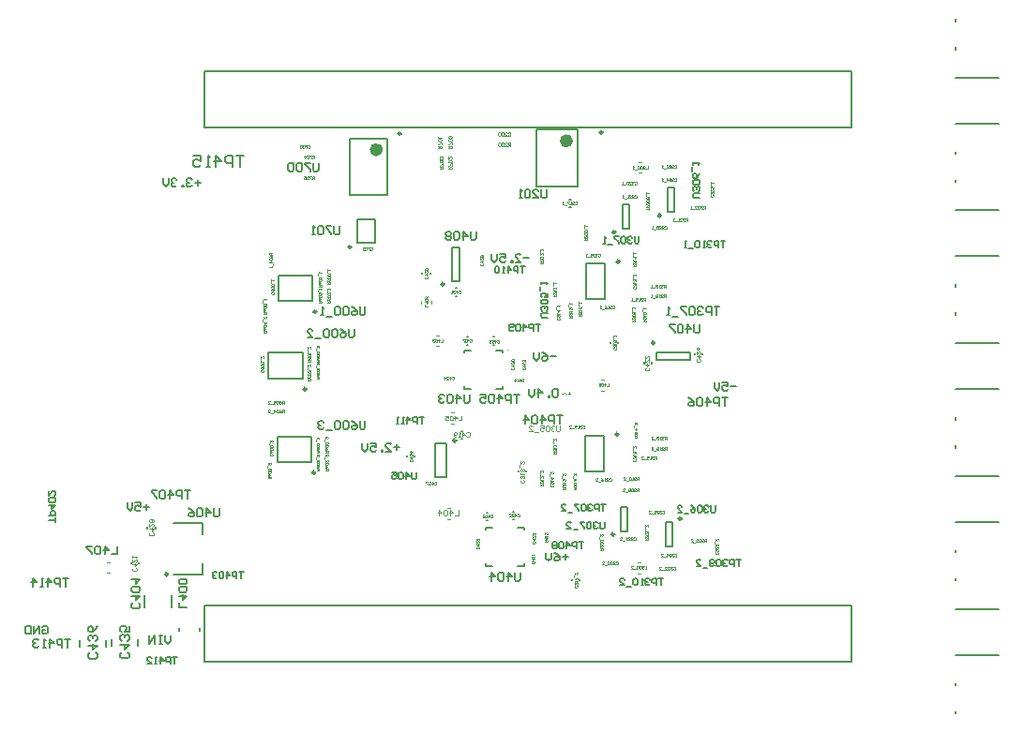
<source format=gbo>
G04 Layer_Color=32896*
%FSLAX44Y44*%
%MOMM*%
G71*
G01*
G75*
%ADD59C,0.2000*%
%ADD63C,0.1500*%
%ADD69C,0.2500*%
%ADD70C,0.1200*%
%ADD92C,0.1000*%
%ADD93C,0.6000*%
%ADD96C,0.0500*%
%ADD97C,0.0800*%
%ADD98C,0.1300*%
%ADD99C,0.0600*%
%ADD100C,0.0700*%
%ADD101C,0.1600*%
D59*
X862000Y782000D02*
Y788000D01*
X886000Y782000D02*
Y788000D01*
X833000Y781750D02*
Y787750D01*
X857000Y781750D02*
Y787750D01*
X1624070Y1226620D02*
Y1228780D01*
Y1201220D02*
Y1203380D01*
Y1175680D02*
X1663070D01*
X1624070Y1254320D02*
X1663070D01*
X1624070Y866620D02*
Y868780D01*
Y841220D02*
Y843380D01*
Y815680D02*
X1663070D01*
X1624070Y894320D02*
X1663070D01*
X1624070Y986620D02*
Y988780D01*
Y961220D02*
Y963380D01*
Y935680D02*
X1663070D01*
X1624070Y1014320D02*
X1663070D01*
X1624070Y1106620D02*
Y1108780D01*
Y1081220D02*
Y1083380D01*
Y1055680D02*
X1663070D01*
X1624070Y1134320D02*
X1663070D01*
X1624070Y1346620D02*
Y1348780D01*
Y1321220D02*
Y1323380D01*
Y1295680D02*
X1663070D01*
X1624070Y746620D02*
Y748780D01*
Y721220D02*
Y723380D01*
Y774320D02*
X1663070D01*
X1362000Y894000D02*
X1368000D01*
X1362000Y872000D02*
X1368000D01*
Y894000D01*
X1362000Y872000D02*
Y894000D01*
X1364000Y1174000D02*
X1370000D01*
X1364000Y1196000D02*
X1370000D01*
X1364000Y1174000D02*
Y1196000D01*
X1370000Y1174000D02*
Y1196000D01*
X946150Y819150D02*
X1530350D01*
X946150Y768350D02*
Y819150D01*
Y768350D02*
X1530350D01*
Y819150D01*
X946150Y1301750D02*
X1530350D01*
X1530350Y1250950D02*
X1530350Y1301750D01*
X946150Y1250950D02*
X1530350D01*
X946150D02*
Y1301750D01*
X1319500Y1055500D02*
Y1056500D01*
X1312500Y1055500D02*
Y1056500D01*
X1275500Y1178500D02*
X1276500D01*
X1275500Y1185500D02*
X1276500D01*
X941400Y795500D02*
Y798500D01*
X922600Y795500D02*
Y798500D01*
X916000Y817500D02*
Y828500D01*
X892000Y817500D02*
Y828500D01*
X1306750Y940000D02*
Y972000D01*
X1289250Y940000D02*
Y972000D01*
X1306750D01*
X1289250Y940000D02*
X1306750D01*
X1236500Y939500D02*
Y940500D01*
X1229500Y939500D02*
Y940500D01*
X1180750Y1014750D02*
X1186500D01*
X1209500D02*
X1215250D01*
X1180750Y1049250D02*
X1186500D01*
X1215250Y1047250D02*
Y1049250D01*
X1209500D02*
X1215250D01*
Y1014750D02*
Y1016750D01*
X1180750Y1014750D02*
Y1016750D01*
Y1047250D02*
Y1049250D01*
X1307750Y1096000D02*
Y1128000D01*
X1290250Y1096000D02*
Y1128000D01*
X1307750D01*
X1290250Y1096000D02*
X1307750D01*
X1199750Y887250D02*
Y889250D01*
Y854750D02*
Y856750D01*
X1234250Y854750D02*
Y856750D01*
X1228500Y889250D02*
X1234250D01*
Y887250D02*
Y889250D01*
X1199750D02*
X1205500D01*
X1228500Y854750D02*
X1234250D01*
X1199750D02*
X1205500D01*
X894500Y888500D02*
Y889500D01*
X901500Y888500D02*
Y889500D01*
X879500Y856500D02*
Y857500D01*
X886500Y856500D02*
Y857500D01*
X1224500Y903500D02*
X1225500D01*
X1224500Y896500D02*
X1225500D01*
X1284500Y841500D02*
Y842500D01*
X1277500Y841500D02*
Y842500D01*
X1200500Y902500D02*
X1201500D01*
X1200500Y895500D02*
X1201500D01*
X1177500Y976500D02*
X1178500D01*
X1177500Y969500D02*
X1178500D01*
X1135500Y953500D02*
Y954500D01*
X1128500Y953500D02*
Y954500D01*
X1354000Y1040500D02*
X1384000D01*
X1354000Y1047500D02*
X1384000D01*
Y1040500D02*
Y1047500D01*
X1354000Y1040500D02*
Y1047500D01*
X1388500Y1045500D02*
Y1046500D01*
X1395500Y1045500D02*
Y1046500D01*
X1342500Y1037500D02*
Y1038500D01*
X1349500Y1037500D02*
Y1038500D01*
X1084000Y1167500D02*
X1100000D01*
X1084000Y1146500D02*
X1100000D01*
Y1167500D01*
X1084000Y1146500D02*
Y1167500D01*
X1111000Y1189500D02*
Y1240500D01*
X1077000Y1189500D02*
Y1240500D01*
X1111000D01*
X1077000Y1189500D02*
X1111000D01*
X1182500Y1061500D02*
X1183500D01*
X1182500Y1054500D02*
X1183500D01*
X1206500D02*
X1207500D01*
X1206500Y1061500D02*
X1207500D01*
X1172500Y1098500D02*
X1173500D01*
X1172500Y1105500D02*
X1173500D01*
X1169500Y1111500D02*
X1176500D01*
X1169500Y1142500D02*
X1176500D01*
X1169500Y1111500D02*
Y1142500D01*
X1176500Y1111500D02*
Y1142500D01*
X1149500Y1118500D02*
Y1119500D01*
X1142500Y1118500D02*
Y1119500D01*
X944000Y883000D02*
Y893000D01*
X918000D02*
X944000D01*
Y847000D02*
Y857000D01*
X918000Y847000D02*
X944000D01*
X1329000Y1159000D02*
Y1181000D01*
X1323000Y1159000D02*
Y1181000D01*
X1329000D01*
X1323000Y1159000D02*
X1329000D01*
X1328000Y886000D02*
Y908000D01*
X1322000Y886000D02*
Y908000D01*
X1328000D01*
X1322000Y886000D02*
X1328000D01*
X1012535Y1094000D02*
Y1117000D01*
X1043535Y1094000D02*
Y1117000D01*
X1012535D02*
X1043535D01*
X1012535Y1094000D02*
X1043535D01*
X1003535Y1024000D02*
Y1047000D01*
X1034535Y1024000D02*
Y1047000D01*
X1003535D02*
X1034535D01*
X1003535Y1024000D02*
X1034535D01*
X1011535Y948500D02*
Y971500D01*
X1042535Y948500D02*
Y971500D01*
X1011535D02*
X1042535D01*
X1011535Y948500D02*
X1042535D01*
X1282500Y1197500D02*
Y1248500D01*
X1245500Y1197500D02*
Y1248500D01*
X1282500D01*
X1245500Y1197500D02*
X1282500D01*
X1154000Y934500D02*
Y965500D01*
X1164000Y934500D02*
Y965500D01*
X1154000Y934500D02*
X1164000D01*
X1154000Y965500D02*
X1164000D01*
X981000Y1224997D02*
X974335D01*
X977668D01*
Y1215000D01*
X971003D02*
Y1224997D01*
X966005D01*
X964339Y1223331D01*
Y1219998D01*
X966005Y1218332D01*
X971003D01*
X956008Y1215000D02*
Y1224997D01*
X961006Y1219998D01*
X954342D01*
X951010Y1215000D02*
X947677D01*
X949343D01*
Y1224997D01*
X951010Y1223331D01*
X936014Y1224997D02*
X942679D01*
Y1219998D01*
X939347Y1221665D01*
X937681D01*
X936014Y1219998D01*
Y1216666D01*
X937681Y1215000D01*
X941013D01*
X942679Y1216666D01*
D63*
X1418000Y1006498D02*
X1413002D01*
X1415501D01*
Y999000D01*
X1410502D02*
Y1006498D01*
X1406754D01*
X1405504Y1005248D01*
Y1002749D01*
X1406754Y1001499D01*
X1410502D01*
X1399256Y999000D02*
Y1006498D01*
X1403005Y1002749D01*
X1398006D01*
X1395507Y1005248D02*
X1394258Y1006498D01*
X1391758D01*
X1390509Y1005248D01*
Y1000250D01*
X1391758Y999000D01*
X1394258D01*
X1395507Y1000250D01*
Y1005248D01*
X1383011Y1006498D02*
X1385510Y1005248D01*
X1388010Y1002749D01*
Y1000250D01*
X1386760Y999000D01*
X1384261D01*
X1383011Y1000250D01*
Y1001499D01*
X1384261Y1002749D01*
X1388010D01*
X1393000Y1072498D02*
Y1066250D01*
X1391750Y1065000D01*
X1389251D01*
X1388002Y1066250D01*
Y1072498D01*
X1381754Y1065000D02*
Y1072498D01*
X1385502Y1068749D01*
X1380504D01*
X1378005Y1071248D02*
X1376755Y1072498D01*
X1374256D01*
X1373006Y1071248D01*
Y1066250D01*
X1374256Y1065000D01*
X1376755D01*
X1378005Y1066250D01*
Y1071248D01*
X1370507Y1072498D02*
X1365509D01*
Y1071248D01*
X1370507Y1066250D01*
Y1065000D01*
X959000Y906498D02*
Y900250D01*
X957750Y899000D01*
X955251D01*
X954002Y900250D01*
Y906498D01*
X947754Y899000D02*
Y906498D01*
X951502Y902749D01*
X946504D01*
X944005Y905248D02*
X942755Y906498D01*
X940256D01*
X939006Y905248D01*
Y900250D01*
X940256Y899000D01*
X942755D01*
X944005Y900250D01*
Y905248D01*
X931509Y906498D02*
X934008Y905248D01*
X936507Y902749D01*
Y900250D01*
X935258Y899000D01*
X932758D01*
X931509Y900250D01*
Y901499D01*
X932758Y902749D01*
X936507D01*
X867000Y872498D02*
Y865000D01*
X862002D01*
X855754D02*
Y872498D01*
X859502Y868749D01*
X854504D01*
X852005Y871248D02*
X850755Y872498D01*
X848256D01*
X847006Y871248D01*
Y866250D01*
X848256Y865000D01*
X850755D01*
X852005Y866250D01*
Y871248D01*
X844507Y872498D02*
X839509D01*
Y871248D01*
X844507Y866250D01*
Y865000D01*
X933000Y922498D02*
X928002D01*
X930501D01*
Y915000D01*
X925502D02*
Y922498D01*
X921754D01*
X920504Y921248D01*
Y918749D01*
X921754Y917499D01*
X925502D01*
X914256Y915000D02*
Y922498D01*
X918005Y918749D01*
X913006D01*
X910507Y921248D02*
X909258Y922498D01*
X906758D01*
X905509Y921248D01*
Y916250D01*
X906758Y915000D01*
X909258D01*
X910507Y916250D01*
Y921248D01*
X903010Y922498D02*
X898011D01*
Y921248D01*
X903010Y916250D01*
Y915000D01*
X1191000Y1156498D02*
Y1150250D01*
X1189750Y1149000D01*
X1187251D01*
X1186002Y1150250D01*
Y1156498D01*
X1179754Y1149000D02*
Y1156498D01*
X1183502Y1152749D01*
X1178504D01*
X1176005Y1155248D02*
X1174755Y1156498D01*
X1172256D01*
X1171006Y1155248D01*
Y1150250D01*
X1172256Y1149000D01*
X1174755D01*
X1176005Y1150250D01*
Y1155248D01*
X1168507D02*
X1167258Y1156498D01*
X1164758D01*
X1163509Y1155248D01*
Y1153998D01*
X1164758Y1152749D01*
X1163509Y1151499D01*
Y1150250D01*
X1164758Y1149000D01*
X1167258D01*
X1168507Y1150250D01*
Y1151499D01*
X1167258Y1152749D01*
X1168507Y1153998D01*
Y1155248D01*
X1167258Y1152749D02*
X1164758D01*
X1091000Y985498D02*
Y979250D01*
X1089750Y978000D01*
X1087251D01*
X1086002Y979250D01*
Y985498D01*
X1078504D02*
X1081003Y984248D01*
X1083502Y981749D01*
Y979250D01*
X1082253Y978000D01*
X1079754D01*
X1078504Y979250D01*
Y980499D01*
X1079754Y981749D01*
X1083502D01*
X1076005Y984248D02*
X1074755Y985498D01*
X1072256D01*
X1071006Y984248D01*
Y979250D01*
X1072256Y978000D01*
X1074755D01*
X1076005Y979250D01*
Y984248D01*
X1068507D02*
X1067258Y985498D01*
X1064758D01*
X1063509Y984248D01*
Y979250D01*
X1064758Y978000D01*
X1067258D01*
X1068507Y979250D01*
Y984248D01*
X1061010Y976750D02*
X1056011D01*
X1053512Y984248D02*
X1052262Y985498D01*
X1049763D01*
X1048514Y984248D01*
Y982998D01*
X1049763Y981749D01*
X1051013D01*
X1049763D01*
X1048514Y980499D01*
Y979250D01*
X1049763Y978000D01*
X1052262D01*
X1053512Y979250D01*
X1081000Y1068498D02*
Y1062250D01*
X1079750Y1061000D01*
X1077251D01*
X1076002Y1062250D01*
Y1068498D01*
X1068504D02*
X1071003Y1067248D01*
X1073502Y1064749D01*
Y1062250D01*
X1072253Y1061000D01*
X1069754D01*
X1068504Y1062250D01*
Y1063499D01*
X1069754Y1064749D01*
X1073502D01*
X1066005Y1067248D02*
X1064755Y1068498D01*
X1062256D01*
X1061006Y1067248D01*
Y1062250D01*
X1062256Y1061000D01*
X1064755D01*
X1066005Y1062250D01*
Y1067248D01*
X1058507D02*
X1057258Y1068498D01*
X1054758D01*
X1053509Y1067248D01*
Y1062250D01*
X1054758Y1061000D01*
X1057258D01*
X1058507Y1062250D01*
Y1067248D01*
X1051010Y1059750D02*
X1046011D01*
X1038514Y1061000D02*
X1043512D01*
X1038514Y1065998D01*
Y1067248D01*
X1039763Y1068498D01*
X1042262D01*
X1043512Y1067248D01*
X1091000Y1088498D02*
Y1082250D01*
X1089750Y1081000D01*
X1087251D01*
X1086002Y1082250D01*
Y1088498D01*
X1078504D02*
X1081003Y1087248D01*
X1083502Y1084749D01*
Y1082250D01*
X1082253Y1081000D01*
X1079754D01*
X1078504Y1082250D01*
Y1083499D01*
X1079754Y1084749D01*
X1083502D01*
X1076005Y1087248D02*
X1074755Y1088498D01*
X1072256D01*
X1071006Y1087248D01*
Y1082250D01*
X1072256Y1081000D01*
X1074755D01*
X1076005Y1082250D01*
Y1087248D01*
X1068507D02*
X1067258Y1088498D01*
X1064758D01*
X1063509Y1087248D01*
Y1082250D01*
X1064758Y1081000D01*
X1067258D01*
X1068507Y1082250D01*
Y1087248D01*
X1061010Y1079750D02*
X1056011D01*
X1053512Y1081000D02*
X1051013D01*
X1052262D01*
Y1088498D01*
X1053512Y1087248D01*
X1255000Y1194498D02*
Y1188250D01*
X1253750Y1187000D01*
X1251251D01*
X1250002Y1188250D01*
Y1194498D01*
X1242504Y1187000D02*
X1247502D01*
X1242504Y1191998D01*
Y1193248D01*
X1243754Y1194498D01*
X1246253D01*
X1247502Y1193248D01*
X1240005D02*
X1238755Y1194498D01*
X1236256D01*
X1235006Y1193248D01*
Y1188250D01*
X1236256Y1187000D01*
X1238755D01*
X1240005Y1188250D01*
Y1193248D01*
X1232507Y1187000D02*
X1230008D01*
X1231258D01*
Y1194498D01*
X1232507Y1193248D01*
X1068000Y1161498D02*
Y1155250D01*
X1066750Y1154000D01*
X1064251D01*
X1063002Y1155250D01*
Y1161498D01*
X1060502D02*
X1055504D01*
Y1160248D01*
X1060502Y1155250D01*
Y1154000D01*
X1053005Y1160248D02*
X1051755Y1161498D01*
X1049256D01*
X1048006Y1160248D01*
Y1155250D01*
X1049256Y1154000D01*
X1051755D01*
X1053005Y1155250D01*
Y1160248D01*
X1045507Y1154000D02*
X1043008D01*
X1044258D01*
Y1161498D01*
X1045507Y1160248D01*
X1049000Y1218498D02*
Y1212250D01*
X1047750Y1211000D01*
X1045251D01*
X1044002Y1212250D01*
Y1218498D01*
X1041502D02*
X1036504D01*
Y1217248D01*
X1041502Y1212250D01*
Y1211000D01*
X1034005Y1217248D02*
X1032755Y1218498D01*
X1030256D01*
X1029006Y1217248D01*
Y1212250D01*
X1030256Y1211000D01*
X1032755D01*
X1034005Y1212250D01*
Y1217248D01*
X1026507D02*
X1025258Y1218498D01*
X1022758D01*
X1021509Y1217248D01*
Y1212250D01*
X1022758Y1211000D01*
X1025258D01*
X1026507Y1212250D01*
Y1217248D01*
X1231000Y848498D02*
Y842250D01*
X1229750Y841000D01*
X1227251D01*
X1226002Y842250D01*
Y848498D01*
X1219754Y841000D02*
Y848498D01*
X1223502Y844749D01*
X1218504D01*
X1216005Y847248D02*
X1214755Y848498D01*
X1212256D01*
X1211006Y847248D01*
Y842250D01*
X1212256Y841000D01*
X1214755D01*
X1216005Y842250D01*
Y847248D01*
X1204758Y841000D02*
Y848498D01*
X1208507Y844749D01*
X1203509D01*
X1185000Y1009498D02*
Y1003250D01*
X1183750Y1002000D01*
X1181251D01*
X1180002Y1003250D01*
Y1009498D01*
X1173754Y1002000D02*
Y1009498D01*
X1177502Y1005749D01*
X1172504D01*
X1170005Y1008248D02*
X1168755Y1009498D01*
X1166256D01*
X1165006Y1008248D01*
Y1003250D01*
X1166256Y1002000D01*
X1168755D01*
X1170005Y1003250D01*
Y1008248D01*
X1162507D02*
X1161258Y1009498D01*
X1158758D01*
X1157509Y1008248D01*
Y1006998D01*
X1158758Y1005749D01*
X1160008D01*
X1158758D01*
X1157509Y1004499D01*
Y1003250D01*
X1158758Y1002000D01*
X1161258D01*
X1162507Y1003250D01*
X886248Y820998D02*
X887498Y819749D01*
Y817250D01*
X886248Y816000D01*
X881250D01*
X880000Y817250D01*
Y819749D01*
X881250Y820998D01*
X880000Y827246D02*
X887498D01*
X883749Y823498D01*
Y828496D01*
X886248Y830995D02*
X887498Y832245D01*
Y834744D01*
X886248Y835994D01*
X881250D01*
X880000Y834744D01*
Y832245D01*
X881250Y830995D01*
X886248D01*
X880000Y842242D02*
X887498D01*
X883749Y838493D01*
Y843491D01*
X929998Y817000D02*
X923000D01*
Y821665D01*
Y827497D02*
X929998D01*
X926499Y823998D01*
Y828663D01*
X928831Y830995D02*
X929998Y832162D01*
Y834494D01*
X928831Y835661D01*
X924166D01*
X923000Y834494D01*
Y832162D01*
X924166Y830995D01*
X928831D01*
Y837993D02*
X929998Y839159D01*
Y841492D01*
X928831Y842658D01*
X924166D01*
X923000Y841492D01*
Y839159D01*
X924166Y837993D01*
X928831D01*
X1411000Y1088498D02*
X1406002D01*
X1408501D01*
Y1081000D01*
X1403502D02*
Y1088498D01*
X1399754D01*
X1398504Y1087248D01*
Y1084749D01*
X1399754Y1083499D01*
X1403502D01*
X1396005Y1087248D02*
X1394755Y1088498D01*
X1392256D01*
X1391006Y1087248D01*
Y1085998D01*
X1392256Y1084749D01*
X1393506D01*
X1392256D01*
X1391006Y1083499D01*
Y1082250D01*
X1392256Y1081000D01*
X1394755D01*
X1396005Y1082250D01*
X1388507Y1087248D02*
X1387258Y1088498D01*
X1384758D01*
X1383509Y1087248D01*
Y1082250D01*
X1384758Y1081000D01*
X1387258D01*
X1388507Y1082250D01*
Y1087248D01*
X1381010Y1088498D02*
X1376011D01*
Y1087248D01*
X1381010Y1082250D01*
Y1081000D01*
X1373512Y1079750D02*
X1368514D01*
X1366014Y1081000D02*
X1363515D01*
X1364765D01*
Y1088498D01*
X1366014Y1087248D01*
X1230000Y1009498D02*
X1225002D01*
X1227501D01*
Y1002000D01*
X1222502D02*
Y1009498D01*
X1218754D01*
X1217504Y1008248D01*
Y1005749D01*
X1218754Y1004499D01*
X1222502D01*
X1211256Y1002000D02*
Y1009498D01*
X1215005Y1005749D01*
X1210006D01*
X1207507Y1008248D02*
X1206258Y1009498D01*
X1203758D01*
X1202509Y1008248D01*
Y1003250D01*
X1203758Y1002000D01*
X1206258D01*
X1207507Y1003250D01*
Y1008248D01*
X1195011Y1009498D02*
X1200010D01*
Y1005749D01*
X1197510Y1006998D01*
X1196261D01*
X1195011Y1005749D01*
Y1003250D01*
X1196261Y1002000D01*
X1198760D01*
X1200010Y1003250D01*
X1269000Y990498D02*
X1264002D01*
X1266501D01*
Y983000D01*
X1261502D02*
Y990498D01*
X1257754D01*
X1256504Y989248D01*
Y986749D01*
X1257754Y985499D01*
X1261502D01*
X1250256Y983000D02*
Y990498D01*
X1254005Y986749D01*
X1249006D01*
X1246507Y989248D02*
X1245258Y990498D01*
X1242758D01*
X1241509Y989248D01*
Y984250D01*
X1242758Y983000D01*
X1245258D01*
X1246507Y984250D01*
Y989248D01*
X1235261Y983000D02*
Y990498D01*
X1239010Y986749D01*
X1234011D01*
X825000Y788498D02*
X820002D01*
X822501D01*
Y781000D01*
X817502D02*
Y788498D01*
X813754D01*
X812504Y787248D01*
Y784749D01*
X813754Y783499D01*
X817502D01*
X806256Y781000D02*
Y788498D01*
X810005Y784749D01*
X805006D01*
X802507Y781000D02*
X800008D01*
X801258D01*
Y788498D01*
X802507Y787248D01*
X796259D02*
X795010Y788498D01*
X792510D01*
X791261Y787248D01*
Y785998D01*
X792510Y784749D01*
X793760D01*
X792510D01*
X791261Y783499D01*
Y782250D01*
X792510Y781000D01*
X795010D01*
X796259Y782250D01*
X823000Y843498D02*
X818002D01*
X820501D01*
Y836000D01*
X815502D02*
Y843498D01*
X811754D01*
X810504Y842248D01*
Y839749D01*
X811754Y838499D01*
X815502D01*
X804256Y836000D02*
Y843498D01*
X808005Y839749D01*
X803006D01*
X800507Y836000D02*
X798008D01*
X799258D01*
Y843498D01*
X800507Y842248D01*
X790510Y836000D02*
Y843498D01*
X794259Y839749D01*
X789261D01*
X942000Y1200749D02*
X937002D01*
X939501Y1203248D02*
Y1198250D01*
X934502Y1203248D02*
X933253Y1204498D01*
X930754D01*
X929504Y1203248D01*
Y1201998D01*
X930754Y1200749D01*
X932003D01*
X930754D01*
X929504Y1199499D01*
Y1198250D01*
X930754Y1197000D01*
X933253D01*
X934502Y1198250D01*
X927005Y1197000D02*
Y1198250D01*
X925755D01*
Y1197000D01*
X927005D01*
X920757Y1203248D02*
X919507Y1204498D01*
X917008D01*
X915758Y1203248D01*
Y1201998D01*
X917008Y1200749D01*
X918258D01*
X917008D01*
X915758Y1199499D01*
Y1198250D01*
X917008Y1197000D01*
X919507D01*
X920757Y1198250D01*
X913259Y1204498D02*
Y1199499D01*
X910760Y1197000D01*
X908261Y1199499D01*
Y1204498D01*
X1265000Y1013248D02*
X1263750Y1014498D01*
X1261251D01*
X1260002Y1013248D01*
Y1008250D01*
X1261251Y1007000D01*
X1263750D01*
X1265000Y1008250D01*
Y1013248D01*
X1257502Y1007000D02*
Y1008250D01*
X1256253D01*
Y1007000D01*
X1257502D01*
X1247506D02*
Y1014498D01*
X1251254Y1010749D01*
X1246256D01*
X1243757Y1014498D02*
Y1009499D01*
X1241258Y1007000D01*
X1238758Y1009499D01*
Y1014498D01*
X1426000Y1016749D02*
X1421002D01*
X1413504Y1020498D02*
X1418502D01*
Y1016749D01*
X1416003Y1017998D01*
X1414754D01*
X1413504Y1016749D01*
Y1014250D01*
X1414754Y1013000D01*
X1417253D01*
X1418502Y1014250D01*
X1411005Y1020498D02*
Y1015499D01*
X1408506Y1013000D01*
X1406006Y1015499D01*
Y1020498D01*
X1274000Y862749D02*
X1269002D01*
X1271501Y865248D02*
Y860250D01*
X1261504Y866498D02*
X1264003Y865248D01*
X1266502Y862749D01*
Y860250D01*
X1265253Y859000D01*
X1262754D01*
X1261504Y860250D01*
Y861499D01*
X1262754Y862749D01*
X1266502D01*
X1259005Y866498D02*
Y861499D01*
X1256506Y859000D01*
X1254006Y861499D01*
Y866498D01*
X1263000Y1043749D02*
X1258002D01*
X1250504Y1047498D02*
X1253003Y1046248D01*
X1255502Y1043749D01*
Y1041250D01*
X1254253Y1040000D01*
X1251754D01*
X1250504Y1041250D01*
Y1042499D01*
X1251754Y1043749D01*
X1255502D01*
X1248005Y1047498D02*
Y1042499D01*
X1245506Y1040000D01*
X1243006Y1042499D01*
Y1047498D01*
X1239000Y1132749D02*
X1234002D01*
X1226504Y1129000D02*
X1231502D01*
X1226504Y1133998D01*
Y1135248D01*
X1227754Y1136498D01*
X1230253D01*
X1231502Y1135248D01*
X1224005Y1129000D02*
Y1130250D01*
X1222755D01*
Y1129000D01*
X1224005D01*
X1212758Y1136498D02*
X1217757D01*
Y1132749D01*
X1215258Y1133998D01*
X1214008D01*
X1212758Y1132749D01*
Y1130250D01*
X1214008Y1129000D01*
X1216507D01*
X1217757Y1130250D01*
X1210259Y1136498D02*
Y1131499D01*
X1207760Y1129000D01*
X1205261Y1131499D01*
Y1136498D01*
X1122000Y961749D02*
X1117002D01*
X1119501Y964248D02*
Y959250D01*
X1109504Y958000D02*
X1114502D01*
X1109504Y962998D01*
Y964248D01*
X1110754Y965498D01*
X1113253D01*
X1114502Y964248D01*
X1107005Y958000D02*
Y959250D01*
X1105755D01*
Y958000D01*
X1107005D01*
X1095758Y965498D02*
X1100757D01*
Y961749D01*
X1098258Y962998D01*
X1097008D01*
X1095758Y961749D01*
Y959250D01*
X1097008Y958000D01*
X1099507D01*
X1100757Y959250D01*
X1093259Y965498D02*
Y960499D01*
X1090760Y958000D01*
X1088261Y960499D01*
Y965498D01*
X799002Y799248D02*
X800251Y800498D01*
X802750D01*
X804000Y799248D01*
Y794250D01*
X802750Y793000D01*
X800251D01*
X799002Y794250D01*
Y796749D01*
X801501D01*
X796502Y793000D02*
Y800498D01*
X791504Y793000D01*
Y800498D01*
X789005D02*
Y793000D01*
X785256D01*
X784006Y794250D01*
Y799248D01*
X785256Y800498D01*
X789005D01*
X915000Y791498D02*
Y786499D01*
X912501Y784000D01*
X910002Y786499D01*
Y791498D01*
X907502D02*
X905003D01*
X906253D01*
Y784000D01*
X907502D01*
X905003D01*
X901254D02*
Y791498D01*
X896256Y784000D01*
Y791498D01*
X896000Y907749D02*
X891002D01*
X893501Y910248D02*
Y905250D01*
X883504Y911498D02*
X888502D01*
Y907749D01*
X886003Y908998D01*
X884754D01*
X883504Y907749D01*
Y905250D01*
X884754Y904000D01*
X887253D01*
X888502Y905250D01*
X881005Y911498D02*
Y906499D01*
X878506Y904000D01*
X876006Y906499D01*
Y911498D01*
D69*
X1376500Y897000D02*
G03*
X1376500Y897000I-1250J0D01*
G01*
X1358000Y1171000D02*
G03*
X1358000Y1171000I-1250J0D01*
G01*
X1319500Y973500D02*
G03*
X1319500Y973500I-1250J0D01*
G01*
X1320500Y1129500D02*
G03*
X1320500Y1129500I-1250J0D01*
G01*
X1352000Y1056000D02*
G03*
X1352000Y1056000I-1250J0D01*
G01*
X1078250Y1142750D02*
G03*
X1078250Y1142750I-1250J0D01*
G01*
X1123250Y1245000D02*
G03*
X1123250Y1245000I-1250J0D01*
G01*
X1162250Y1109000D02*
G03*
X1162250Y1109000I-1250J0D01*
G01*
X912750Y847000D02*
G03*
X912750Y847000I-1250J0D01*
G01*
X1317000Y1156000D02*
G03*
X1317000Y1156000I-1250J0D01*
G01*
X1316000Y883000D02*
G03*
X1316000Y883000I-1250J0D01*
G01*
X1046785Y1084250D02*
G03*
X1046785Y1084250I-1250J0D01*
G01*
X1037785Y1014250D02*
G03*
X1037785Y1014250I-1250J0D01*
G01*
X1045785Y938750D02*
G03*
X1045785Y938750I-1250J0D01*
G01*
X1305250Y1246000D02*
G03*
X1305250Y1246000I-1250J0D01*
G01*
X1173000Y967750D02*
G03*
X1173000Y967750I-1250J0D01*
G01*
D70*
X1267000Y980998D02*
Y976833D01*
X1266167Y976000D01*
X1264501D01*
X1263668Y976833D01*
Y980998D01*
X1262002Y980165D02*
X1261169Y980998D01*
X1259502D01*
X1258669Y980165D01*
Y979332D01*
X1259502Y978499D01*
X1260335D01*
X1259502D01*
X1258669Y977666D01*
Y976833D01*
X1259502Y976000D01*
X1261169D01*
X1262002Y976833D01*
X1257003Y980165D02*
X1256170Y980998D01*
X1254504D01*
X1253671Y980165D01*
Y976833D01*
X1254504Y976000D01*
X1256170D01*
X1257003Y976833D01*
Y980165D01*
X1248673Y980998D02*
X1252005D01*
Y978499D01*
X1250339Y979332D01*
X1249506D01*
X1248673Y978499D01*
Y976833D01*
X1249506Y976000D01*
X1251172D01*
X1252005Y976833D01*
X1247007Y975167D02*
X1243674D01*
X1238676Y976000D02*
X1242008D01*
X1238676Y979332D01*
Y980165D01*
X1239509Y980998D01*
X1241175D01*
X1242008Y980165D01*
D92*
X1219750Y1049250D02*
G03*
X1219750Y1049250I-500J0D01*
G01*
X1238750Y889250D02*
G03*
X1238750Y889250I-500J0D01*
G01*
X1337683Y1209590D02*
X1340183D01*
X1337683Y1219590D02*
X1340183D01*
X1164750Y907000D02*
X1167250D01*
X1164750Y897000D02*
X1167250D01*
X1337340Y857910D02*
X1339840D01*
X1337340Y847910D02*
X1339840D01*
X1168750Y993000D02*
X1171250D01*
X1168750Y983000D02*
X1171250D01*
X1303750Y1013000D02*
X1306250D01*
X1303750Y1023000D02*
X1306250D01*
X1154750Y1053000D02*
X1157250D01*
X1154750Y1063000D02*
X1157250D01*
X1141000Y1091750D02*
Y1094250D01*
X1151000Y1091750D02*
Y1094250D01*
X857750Y858000D02*
X860250D01*
X857750Y848000D02*
X860250D01*
X899332Y884666D02*
X899999Y883999D01*
Y882666D01*
X899332Y882000D01*
X896666D01*
X896000Y882666D01*
Y883999D01*
X896666Y884666D01*
X896000Y887998D02*
X899999D01*
X897999Y885999D01*
Y888664D01*
X896000Y892663D02*
Y889997D01*
X898666Y892663D01*
X899332D01*
X899999Y891997D01*
Y890664D01*
X899332Y889997D01*
Y893996D02*
X899999Y894662D01*
Y895995D01*
X899332Y896662D01*
X898666D01*
X897999Y895995D01*
X897333Y896662D01*
X896666D01*
X896000Y895995D01*
Y894662D01*
X896666Y893996D01*
X897333D01*
X897999Y894662D01*
X898666Y893996D01*
X899332D01*
X897999Y894662D02*
Y895995D01*
X1175000Y904998D02*
Y900000D01*
X1171668D01*
X1167503D02*
Y904998D01*
X1170002Y902499D01*
X1166669D01*
X1165003Y904165D02*
X1164170Y904998D01*
X1162504D01*
X1161671Y904165D01*
Y900833D01*
X1162504Y900000D01*
X1164170D01*
X1165003Y900833D01*
Y904165D01*
X1157506Y900000D02*
Y904998D01*
X1160005Y902499D01*
X1156673D01*
D93*
X1104000Y1230500D02*
G03*
X1104000Y1230500I-3000J0D01*
G01*
X1275500Y1238500D02*
G03*
X1275500Y1238500I-3000J0D01*
G01*
D96*
X1311000Y1019499D02*
Y1017000D01*
X1309334D01*
X1307251D02*
Y1019499D01*
X1308501Y1018250D01*
X1306835D01*
X1306002Y1019083D02*
X1305585Y1019499D01*
X1304752D01*
X1304335Y1019083D01*
Y1017417D01*
X1304752Y1017000D01*
X1305585D01*
X1306002Y1017417D01*
Y1019083D01*
X1303502D02*
X1303086Y1019499D01*
X1302253D01*
X1301836Y1019083D01*
Y1018666D01*
X1302253Y1018250D01*
X1301836Y1017833D01*
Y1017417D01*
X1302253Y1017000D01*
X1303086D01*
X1303502Y1017417D01*
Y1017833D01*
X1303086Y1018250D01*
X1303502Y1018666D01*
Y1019083D01*
X1303086Y1018250D02*
X1302253D01*
X1133083Y950666D02*
X1133499Y950250D01*
Y949417D01*
X1133083Y949000D01*
X1131416D01*
X1131000Y949417D01*
Y950250D01*
X1131416Y950666D01*
X1131000Y952749D02*
X1133499D01*
X1132250Y951499D01*
Y953165D01*
X1133083Y953998D02*
X1133499Y954415D01*
Y955248D01*
X1133083Y955665D01*
X1132666D01*
X1132250Y955248D01*
Y954831D01*
Y955248D01*
X1131833Y955665D01*
X1131416D01*
X1131000Y955248D01*
Y954415D01*
X1131416Y953998D01*
X1131000Y957747D02*
X1133499D01*
X1132250Y956498D01*
Y958164D01*
X1175334Y1103083D02*
X1175750Y1103499D01*
X1176583D01*
X1177000Y1103083D01*
Y1101416D01*
X1176583Y1101000D01*
X1175750D01*
X1175334Y1101416D01*
X1173251Y1101000D02*
Y1103499D01*
X1174501Y1102250D01*
X1172835D01*
X1172002Y1103083D02*
X1171585Y1103499D01*
X1170752D01*
X1170335Y1103083D01*
Y1102666D01*
X1170752Y1102250D01*
X1171169D01*
X1170752D01*
X1170335Y1101833D01*
Y1101416D01*
X1170752Y1101000D01*
X1171585D01*
X1172002Y1101416D01*
X1169502Y1101000D02*
X1168669D01*
X1169086D01*
Y1103499D01*
X1169502Y1103083D01*
X1303000Y869000D02*
X1305499D01*
Y870250D01*
X1305083Y870666D01*
X1304250D01*
X1303833Y870250D01*
Y869000D01*
Y869833D02*
X1303000Y870666D01*
X1305083Y871499D02*
X1305499Y871916D01*
Y872749D01*
X1305083Y873165D01*
X1304666D01*
X1304250Y872749D01*
Y872332D01*
Y872749D01*
X1303833Y873165D01*
X1303416D01*
X1303000Y872749D01*
Y871916D01*
X1303416Y871499D01*
X1303000Y875665D02*
Y873998D01*
X1304666Y875665D01*
X1305083D01*
X1305499Y875248D01*
Y874415D01*
X1305083Y873998D01*
Y876497D02*
X1305499Y876914D01*
Y877747D01*
X1305083Y878164D01*
X1303416D01*
X1303000Y877747D01*
Y876914D01*
X1303416Y876497D01*
X1305083D01*
X1302583Y878997D02*
Y880663D01*
X1303000Y883162D02*
Y881496D01*
X1304666Y883162D01*
X1305083D01*
X1305499Y882746D01*
Y881912D01*
X1305083Y881496D01*
X1289000Y1149000D02*
X1291499D01*
Y1150250D01*
X1291083Y1150666D01*
X1290250D01*
X1289833Y1150250D01*
Y1149000D01*
Y1149833D02*
X1289000Y1150666D01*
X1291083Y1151499D02*
X1291499Y1151916D01*
Y1152749D01*
X1291083Y1153165D01*
X1290666D01*
X1290250Y1152749D01*
Y1152332D01*
Y1152749D01*
X1289833Y1153165D01*
X1289417D01*
X1289000Y1152749D01*
Y1151916D01*
X1289417Y1151499D01*
X1289000Y1155665D02*
Y1153998D01*
X1290666Y1155665D01*
X1291083D01*
X1291499Y1155248D01*
Y1154415D01*
X1291083Y1153998D01*
Y1156497D02*
X1291499Y1156914D01*
Y1157747D01*
X1291083Y1158164D01*
X1289417D01*
X1289000Y1157747D01*
Y1156914D01*
X1289417Y1156497D01*
X1291083D01*
X1288584Y1158997D02*
Y1160663D01*
X1289000Y1161496D02*
Y1162329D01*
Y1161912D01*
X1291499D01*
X1291083Y1161496D01*
X1055000Y941000D02*
X1057499D01*
Y942250D01*
X1057083Y942666D01*
X1056250D01*
X1055833Y942250D01*
Y941000D01*
Y941833D02*
X1055000Y942666D01*
X1057499Y945165D02*
X1057083Y944332D01*
X1056250Y943499D01*
X1055416D01*
X1055000Y943916D01*
Y944749D01*
X1055416Y945165D01*
X1055833D01*
X1056250Y944749D01*
Y943499D01*
X1057083Y945998D02*
X1057499Y946415D01*
Y947248D01*
X1057083Y947664D01*
X1055416D01*
X1055000Y947248D01*
Y946415D01*
X1055416Y945998D01*
X1057083D01*
X1055000Y950164D02*
Y948497D01*
X1056666Y950164D01*
X1057083D01*
X1057499Y949747D01*
Y948914D01*
X1057083Y948497D01*
X1054584Y950997D02*
Y952663D01*
X1057083Y953496D02*
X1057499Y953912D01*
Y954745D01*
X1057083Y955162D01*
X1056666D01*
X1056250Y954745D01*
Y954329D01*
Y954745D01*
X1055833Y955162D01*
X1055416D01*
X1055000Y954745D01*
Y953912D01*
X1055416Y953496D01*
X1047000Y1024000D02*
X1049499D01*
Y1025250D01*
X1049083Y1025666D01*
X1048250D01*
X1047833Y1025250D01*
Y1024000D01*
Y1024833D02*
X1047000Y1025666D01*
X1049499Y1028165D02*
X1049083Y1027332D01*
X1048250Y1026499D01*
X1047417D01*
X1047000Y1026916D01*
Y1027749D01*
X1047417Y1028165D01*
X1047833D01*
X1048250Y1027749D01*
Y1026499D01*
X1049083Y1028998D02*
X1049499Y1029415D01*
Y1030248D01*
X1049083Y1030665D01*
X1047417D01*
X1047000Y1030248D01*
Y1029415D01*
X1047417Y1028998D01*
X1049083D01*
X1047000Y1033164D02*
Y1031498D01*
X1048666Y1033164D01*
X1049083D01*
X1049499Y1032747D01*
Y1031914D01*
X1049083Y1031498D01*
X1046583Y1033997D02*
Y1035663D01*
X1047000Y1038162D02*
Y1036496D01*
X1048666Y1038162D01*
X1049083D01*
X1049499Y1037746D01*
Y1036913D01*
X1049083Y1036496D01*
X1057000Y1092000D02*
X1059499D01*
Y1093250D01*
X1059083Y1093666D01*
X1058250D01*
X1057833Y1093250D01*
Y1092000D01*
Y1092833D02*
X1057000Y1093666D01*
X1059499Y1096165D02*
X1059083Y1095332D01*
X1058250Y1094499D01*
X1057417D01*
X1057000Y1094916D01*
Y1095749D01*
X1057417Y1096165D01*
X1057833D01*
X1058250Y1095749D01*
Y1094499D01*
X1059083Y1096998D02*
X1059499Y1097415D01*
Y1098248D01*
X1059083Y1098664D01*
X1057417D01*
X1057000Y1098248D01*
Y1097415D01*
X1057417Y1096998D01*
X1059083D01*
X1057000Y1101164D02*
Y1099498D01*
X1058666Y1101164D01*
X1059083D01*
X1059499Y1100747D01*
Y1099914D01*
X1059083Y1099498D01*
X1056583Y1101997D02*
Y1103663D01*
X1057000Y1104496D02*
Y1105329D01*
Y1104912D01*
X1059499D01*
X1059083Y1104496D01*
X1055000Y957000D02*
X1057499D01*
Y958250D01*
X1057083Y958666D01*
X1056250D01*
X1055833Y958250D01*
Y957000D01*
Y957833D02*
X1055000Y958666D01*
X1057499Y961165D02*
X1057083Y960332D01*
X1056250Y959499D01*
X1055416D01*
X1055000Y959916D01*
Y960749D01*
X1055416Y961165D01*
X1055833D01*
X1056250Y960749D01*
Y959499D01*
X1057083Y961998D02*
X1057499Y962415D01*
Y963248D01*
X1057083Y963664D01*
X1055416D01*
X1055000Y963248D01*
Y962415D01*
X1055416Y961998D01*
X1057083D01*
Y964498D02*
X1057499Y964914D01*
Y965747D01*
X1057083Y966164D01*
X1055416D01*
X1055000Y965747D01*
Y964914D01*
X1055416Y964498D01*
X1057083D01*
X1054584Y966997D02*
Y968663D01*
X1057083Y969496D02*
X1057499Y969912D01*
Y970745D01*
X1057083Y971162D01*
X1056666D01*
X1056250Y970745D01*
Y970329D01*
Y970745D01*
X1055833Y971162D01*
X1055416D01*
X1055000Y970745D01*
Y969912D01*
X1055416Y969496D01*
X1047000Y1039000D02*
X1049499D01*
Y1040250D01*
X1049083Y1040666D01*
X1048250D01*
X1047833Y1040250D01*
Y1039000D01*
Y1039833D02*
X1047000Y1040666D01*
X1049499Y1043165D02*
X1049083Y1042332D01*
X1048250Y1041499D01*
X1047417D01*
X1047000Y1041916D01*
Y1042749D01*
X1047417Y1043165D01*
X1047833D01*
X1048250Y1042749D01*
Y1041499D01*
X1049083Y1043998D02*
X1049499Y1044415D01*
Y1045248D01*
X1049083Y1045665D01*
X1047417D01*
X1047000Y1045248D01*
Y1044415D01*
X1047417Y1043998D01*
X1049083D01*
Y1046498D02*
X1049499Y1046914D01*
Y1047747D01*
X1049083Y1048164D01*
X1047417D01*
X1047000Y1047747D01*
Y1046914D01*
X1047417Y1046498D01*
X1049083D01*
X1046583Y1048997D02*
Y1050663D01*
X1047000Y1053162D02*
Y1051496D01*
X1048666Y1053162D01*
X1049083D01*
X1049499Y1052746D01*
Y1051913D01*
X1049083Y1051496D01*
X1057000Y1109000D02*
X1059499D01*
Y1110250D01*
X1059083Y1110666D01*
X1058250D01*
X1057833Y1110250D01*
Y1109000D01*
Y1109833D02*
X1057000Y1110666D01*
X1059499Y1113165D02*
X1059083Y1112332D01*
X1058250Y1111499D01*
X1057417D01*
X1057000Y1111916D01*
Y1112749D01*
X1057417Y1113165D01*
X1057833D01*
X1058250Y1112749D01*
Y1111499D01*
X1059083Y1113998D02*
X1059499Y1114415D01*
Y1115248D01*
X1059083Y1115665D01*
X1057417D01*
X1057000Y1115248D01*
Y1114415D01*
X1057417Y1113998D01*
X1059083D01*
Y1116497D02*
X1059499Y1116914D01*
Y1117747D01*
X1059083Y1118164D01*
X1057417D01*
X1057000Y1117747D01*
Y1116914D01*
X1057417Y1116497D01*
X1059083D01*
X1056583Y1118997D02*
Y1120663D01*
X1057000Y1121496D02*
Y1122329D01*
Y1121912D01*
X1059499D01*
X1059083Y1121496D01*
X1047000Y941000D02*
X1049499D01*
Y942250D01*
X1049083Y942666D01*
X1048250D01*
X1047833Y942250D01*
Y941000D01*
Y941833D02*
X1047000Y942666D01*
X1049499Y945165D02*
X1049083Y944332D01*
X1048250Y943499D01*
X1047417D01*
X1047000Y943916D01*
Y944749D01*
X1047417Y945165D01*
X1047833D01*
X1048250Y944749D01*
Y943499D01*
X1049083Y945998D02*
X1049499Y946415D01*
Y947248D01*
X1049083Y947664D01*
X1047417D01*
X1047000Y947248D01*
Y946415D01*
X1047417Y945998D01*
X1049083D01*
Y948497D02*
X1049499Y948914D01*
Y949747D01*
X1049083Y950164D01*
X1048666D01*
X1048250Y949747D01*
Y949331D01*
Y949747D01*
X1047833Y950164D01*
X1047417D01*
X1047000Y949747D01*
Y948914D01*
X1047417Y948497D01*
X1046583Y950997D02*
Y952663D01*
X1049083Y953496D02*
X1049499Y953912D01*
Y954745D01*
X1049083Y955162D01*
X1048666D01*
X1048250Y954745D01*
Y954329D01*
Y954745D01*
X1047833Y955162D01*
X1047417D01*
X1047000Y954745D01*
Y953912D01*
X1047417Y953496D01*
X1039000Y1022000D02*
X1041499D01*
Y1023250D01*
X1041083Y1023666D01*
X1040250D01*
X1039833Y1023250D01*
Y1022000D01*
Y1022833D02*
X1039000Y1023666D01*
X1041499Y1026165D02*
X1041083Y1025332D01*
X1040250Y1024499D01*
X1039417D01*
X1039000Y1024916D01*
Y1025749D01*
X1039417Y1026165D01*
X1039833D01*
X1040250Y1025749D01*
Y1024499D01*
X1041083Y1026998D02*
X1041499Y1027415D01*
Y1028248D01*
X1041083Y1028664D01*
X1039417D01*
X1039000Y1028248D01*
Y1027415D01*
X1039417Y1026998D01*
X1041083D01*
Y1029498D02*
X1041499Y1029914D01*
Y1030747D01*
X1041083Y1031164D01*
X1040666D01*
X1040250Y1030747D01*
Y1030331D01*
Y1030747D01*
X1039833Y1031164D01*
X1039417D01*
X1039000Y1030747D01*
Y1029914D01*
X1039417Y1029498D01*
X1038584Y1031997D02*
Y1033663D01*
X1039000Y1036162D02*
Y1034496D01*
X1040666Y1036162D01*
X1041083D01*
X1041499Y1035745D01*
Y1034912D01*
X1041083Y1034496D01*
X1049000Y1092000D02*
X1051499D01*
Y1093250D01*
X1051083Y1093666D01*
X1050250D01*
X1049833Y1093250D01*
Y1092000D01*
Y1092833D02*
X1049000Y1093666D01*
X1051499Y1096165D02*
X1051083Y1095332D01*
X1050250Y1094499D01*
X1049417D01*
X1049000Y1094916D01*
Y1095749D01*
X1049417Y1096165D01*
X1049833D01*
X1050250Y1095749D01*
Y1094499D01*
X1051083Y1096998D02*
X1051499Y1097415D01*
Y1098248D01*
X1051083Y1098664D01*
X1049417D01*
X1049000Y1098248D01*
Y1097415D01*
X1049417Y1096998D01*
X1051083D01*
Y1099498D02*
X1051499Y1099914D01*
Y1100747D01*
X1051083Y1101164D01*
X1050666D01*
X1050250Y1100747D01*
Y1100331D01*
Y1100747D01*
X1049833Y1101164D01*
X1049417D01*
X1049000Y1100747D01*
Y1099914D01*
X1049417Y1099498D01*
X1048584Y1101997D02*
Y1103663D01*
X1049000Y1104496D02*
Y1105329D01*
Y1104912D01*
X1051499D01*
X1051083Y1104496D01*
X1047000Y957000D02*
X1049499D01*
Y958250D01*
X1049083Y958666D01*
X1048250D01*
X1047833Y958250D01*
Y957000D01*
Y957833D02*
X1047000Y958666D01*
X1049499Y961165D02*
X1049083Y960332D01*
X1048250Y959499D01*
X1047417D01*
X1047000Y959916D01*
Y960749D01*
X1047417Y961165D01*
X1047833D01*
X1048250Y960749D01*
Y959499D01*
X1049083Y961998D02*
X1049499Y962415D01*
Y963248D01*
X1049083Y963664D01*
X1047417D01*
X1047000Y963248D01*
Y962415D01*
X1047417Y961998D01*
X1049083D01*
X1047000Y964498D02*
Y965331D01*
Y964914D01*
X1049499D01*
X1049083Y964498D01*
X1046583Y966580D02*
Y968246D01*
X1049083Y969079D02*
X1049499Y969496D01*
Y970329D01*
X1049083Y970745D01*
X1048666D01*
X1048250Y970329D01*
Y969912D01*
Y970329D01*
X1047833Y970745D01*
X1047417D01*
X1047000Y970329D01*
Y969496D01*
X1047417Y969079D01*
X1039000Y1039000D02*
X1041499D01*
Y1040250D01*
X1041083Y1040666D01*
X1040250D01*
X1039833Y1040250D01*
Y1039000D01*
Y1039833D02*
X1039000Y1040666D01*
X1041499Y1043165D02*
X1041083Y1042332D01*
X1040250Y1041499D01*
X1039417D01*
X1039000Y1041916D01*
Y1042749D01*
X1039417Y1043165D01*
X1039833D01*
X1040250Y1042749D01*
Y1041499D01*
X1041083Y1043998D02*
X1041499Y1044415D01*
Y1045248D01*
X1041083Y1045665D01*
X1039417D01*
X1039000Y1045248D01*
Y1044415D01*
X1039417Y1043998D01*
X1041083D01*
X1039000Y1046498D02*
Y1047331D01*
Y1046914D01*
X1041499D01*
X1041083Y1046498D01*
X1038584Y1048580D02*
Y1050246D01*
X1039000Y1052746D02*
Y1051079D01*
X1040666Y1052746D01*
X1041083D01*
X1041499Y1052329D01*
Y1051496D01*
X1041083Y1051079D01*
X1049000Y1107000D02*
X1051499D01*
Y1108250D01*
X1051083Y1108666D01*
X1050250D01*
X1049833Y1108250D01*
Y1107000D01*
Y1107833D02*
X1049000Y1108666D01*
X1051499Y1111165D02*
X1051083Y1110332D01*
X1050250Y1109499D01*
X1049417D01*
X1049000Y1109916D01*
Y1110749D01*
X1049417Y1111165D01*
X1049833D01*
X1050250Y1110749D01*
Y1109499D01*
X1051083Y1111998D02*
X1051499Y1112415D01*
Y1113248D01*
X1051083Y1113664D01*
X1049417D01*
X1049000Y1113248D01*
Y1112415D01*
X1049417Y1111998D01*
X1051083D01*
X1049000Y1114498D02*
Y1115331D01*
Y1114914D01*
X1051499D01*
X1051083Y1114498D01*
X1048584Y1116580D02*
Y1118246D01*
X1049000Y1119079D02*
Y1119912D01*
Y1119496D01*
X1051499D01*
X1051083Y1119079D01*
X1007083Y955666D02*
X1007499Y955250D01*
Y954417D01*
X1007083Y954000D01*
X1005416D01*
X1005000Y954417D01*
Y955250D01*
X1005416Y955666D01*
X1007499Y958165D02*
X1007083Y957332D01*
X1006250Y956499D01*
X1005416D01*
X1005000Y956916D01*
Y957749D01*
X1005416Y958165D01*
X1005833D01*
X1006250Y957749D01*
Y956499D01*
X1007083Y958998D02*
X1007499Y959415D01*
Y960248D01*
X1007083Y960665D01*
X1005416D01*
X1005000Y960248D01*
Y959415D01*
X1005416Y958998D01*
X1007083D01*
Y961497D02*
X1007499Y961914D01*
Y962747D01*
X1007083Y963164D01*
X1005416D01*
X1005000Y962747D01*
Y961914D01*
X1005416Y961497D01*
X1007083D01*
X1004584Y963997D02*
Y965663D01*
X1007083Y966496D02*
X1007499Y966912D01*
Y967746D01*
X1007083Y968162D01*
X1006666D01*
X1006250Y967746D01*
Y967329D01*
Y967746D01*
X1005833Y968162D01*
X1005416D01*
X1005000Y967746D01*
Y966912D01*
X1005416Y966496D01*
X999083Y1031666D02*
X999499Y1031250D01*
Y1030416D01*
X999083Y1030000D01*
X997417D01*
X997000Y1030416D01*
Y1031250D01*
X997417Y1031666D01*
X999499Y1034165D02*
X999083Y1033332D01*
X998250Y1032499D01*
X997417D01*
X997000Y1032916D01*
Y1033749D01*
X997417Y1034165D01*
X997833D01*
X998250Y1033749D01*
Y1032499D01*
X999083Y1034998D02*
X999499Y1035415D01*
Y1036248D01*
X999083Y1036665D01*
X997417D01*
X997000Y1036248D01*
Y1035415D01*
X997417Y1034998D01*
X999083D01*
Y1037497D02*
X999499Y1037914D01*
Y1038747D01*
X999083Y1039164D01*
X997417D01*
X997000Y1038747D01*
Y1037914D01*
X997417Y1037497D01*
X999083D01*
X996583Y1039997D02*
Y1041663D01*
X997000Y1044162D02*
Y1042496D01*
X998666Y1044162D01*
X999083D01*
X999499Y1043745D01*
Y1042912D01*
X999083Y1042496D01*
X1008083Y1101666D02*
X1008499Y1101250D01*
Y1100416D01*
X1008083Y1100000D01*
X1006416D01*
X1006000Y1100416D01*
Y1101250D01*
X1006416Y1101666D01*
X1008499Y1104165D02*
X1008083Y1103332D01*
X1007250Y1102499D01*
X1006416D01*
X1006000Y1102916D01*
Y1103749D01*
X1006416Y1104165D01*
X1006833D01*
X1007250Y1103749D01*
Y1102499D01*
X1008083Y1104998D02*
X1008499Y1105415D01*
Y1106248D01*
X1008083Y1106665D01*
X1006416D01*
X1006000Y1106248D01*
Y1105415D01*
X1006416Y1104998D01*
X1008083D01*
Y1107498D02*
X1008499Y1107914D01*
Y1108747D01*
X1008083Y1109164D01*
X1006416D01*
X1006000Y1108747D01*
Y1107914D01*
X1006416Y1107498D01*
X1008083D01*
X1005583Y1109997D02*
Y1111663D01*
X1006000Y1112496D02*
Y1113329D01*
Y1112913D01*
X1008499D01*
X1008083Y1112496D01*
X1095334Y1142083D02*
X1095750Y1142499D01*
X1096583D01*
X1097000Y1142083D01*
Y1140416D01*
X1096583Y1140000D01*
X1095750D01*
X1095334Y1140416D01*
X1094501Y1142499D02*
X1092835D01*
Y1142083D01*
X1094501Y1140416D01*
Y1140000D01*
X1092002Y1142083D02*
X1091585Y1142499D01*
X1090752D01*
X1090335Y1142083D01*
Y1140416D01*
X1090752Y1140000D01*
X1091585D01*
X1092002Y1140416D01*
Y1142083D01*
X1089502Y1140000D02*
X1088669D01*
X1089086D01*
Y1142499D01*
X1089502Y1142083D01*
X1039334Y1234083D02*
X1039750Y1234499D01*
X1040583D01*
X1041000Y1234083D01*
Y1232417D01*
X1040583Y1232000D01*
X1039750D01*
X1039334Y1232417D01*
X1038501Y1234499D02*
X1036835D01*
Y1234083D01*
X1038501Y1232417D01*
Y1232000D01*
X1036002Y1234083D02*
X1035585Y1234499D01*
X1034752D01*
X1034335Y1234083D01*
Y1232417D01*
X1034752Y1232000D01*
X1035585D01*
X1036002Y1232417D01*
Y1234083D01*
X1033503D02*
X1033086Y1234499D01*
X1032253D01*
X1031836Y1234083D01*
Y1232417D01*
X1032253Y1232000D01*
X1033086D01*
X1033503Y1232417D01*
Y1234083D01*
X1260083Y927666D02*
X1260499Y927250D01*
Y926416D01*
X1260083Y926000D01*
X1258417D01*
X1258000Y926416D01*
Y927250D01*
X1258417Y927666D01*
X1260083Y928499D02*
X1260499Y928916D01*
Y929749D01*
X1260083Y930165D01*
X1259666D01*
X1259250Y929749D01*
Y929332D01*
Y929749D01*
X1258833Y930165D01*
X1258417D01*
X1258000Y929749D01*
Y928916D01*
X1258417Y928499D01*
X1258000Y930998D02*
Y931831D01*
Y931415D01*
X1260499D01*
X1260083Y930998D01*
X1258000Y934331D02*
X1260499D01*
X1259250Y933081D01*
Y934747D01*
X1257583Y935580D02*
Y937246D01*
X1258000Y939745D02*
Y938079D01*
X1259666Y939745D01*
X1260083D01*
X1260499Y939329D01*
Y938496D01*
X1260083Y938079D01*
X1266083Y1078666D02*
X1266499Y1078250D01*
Y1077417D01*
X1266083Y1077000D01*
X1264417D01*
X1264000Y1077417D01*
Y1078250D01*
X1264417Y1078666D01*
X1266083Y1079499D02*
X1266499Y1079916D01*
Y1080749D01*
X1266083Y1081165D01*
X1265666D01*
X1265250Y1080749D01*
Y1080332D01*
Y1080749D01*
X1264833Y1081165D01*
X1264417D01*
X1264000Y1080749D01*
Y1079916D01*
X1264417Y1079499D01*
X1264000Y1081998D02*
Y1082831D01*
Y1082415D01*
X1266499D01*
X1266083Y1081998D01*
X1264000Y1085331D02*
X1266499D01*
X1265250Y1084081D01*
Y1085747D01*
X1263584Y1086580D02*
Y1088246D01*
X1264000Y1089079D02*
Y1089912D01*
Y1089496D01*
X1266499D01*
X1266083Y1089079D01*
X1335083Y950666D02*
X1335499Y950250D01*
Y949417D01*
X1335083Y949000D01*
X1333416D01*
X1333000Y949417D01*
Y950250D01*
X1333416Y950666D01*
X1335083Y951499D02*
X1335499Y951916D01*
Y952749D01*
X1335083Y953165D01*
X1334666D01*
X1334250Y952749D01*
Y952332D01*
Y952749D01*
X1333833Y953165D01*
X1333416D01*
X1333000Y952749D01*
Y951916D01*
X1333416Y951499D01*
X1333000Y953998D02*
Y954831D01*
Y954415D01*
X1335499D01*
X1335083Y953998D01*
Y956081D02*
X1335499Y956498D01*
Y957331D01*
X1335083Y957747D01*
X1334666D01*
X1334250Y957331D01*
Y956914D01*
Y957331D01*
X1333833Y957747D01*
X1333416D01*
X1333000Y957331D01*
Y956498D01*
X1333416Y956081D01*
X1332583Y958580D02*
Y960246D01*
X1333000Y962746D02*
Y961079D01*
X1334666Y962746D01*
X1335083D01*
X1335499Y962329D01*
Y961496D01*
X1335083Y961079D01*
Y1106666D02*
X1335499Y1106250D01*
Y1105416D01*
X1335083Y1105000D01*
X1333416D01*
X1333000Y1105416D01*
Y1106250D01*
X1333416Y1106666D01*
X1335083Y1107499D02*
X1335499Y1107916D01*
Y1108749D01*
X1335083Y1109165D01*
X1334666D01*
X1334250Y1108749D01*
Y1108332D01*
Y1108749D01*
X1333833Y1109165D01*
X1333416D01*
X1333000Y1108749D01*
Y1107916D01*
X1333416Y1107499D01*
X1333000Y1109998D02*
Y1110831D01*
Y1110415D01*
X1335499D01*
X1335083Y1109998D01*
Y1112081D02*
X1335499Y1112497D01*
Y1113331D01*
X1335083Y1113747D01*
X1334666D01*
X1334250Y1113331D01*
Y1112914D01*
Y1113331D01*
X1333833Y1113747D01*
X1333416D01*
X1333000Y1113331D01*
Y1112497D01*
X1333416Y1112081D01*
X1332583Y1114580D02*
Y1116246D01*
X1333000Y1117079D02*
Y1117912D01*
Y1117496D01*
X1335499D01*
X1335083Y1117079D01*
X1362000Y1097000D02*
Y1099499D01*
X1360750D01*
X1360334Y1099083D01*
Y1098250D01*
X1360750Y1097833D01*
X1362000D01*
X1361167D02*
X1360334Y1097000D01*
X1359501Y1099083D02*
X1359084Y1099499D01*
X1358251D01*
X1357835Y1099083D01*
Y1098666D01*
X1358251Y1098250D01*
X1358668D01*
X1358251D01*
X1357835Y1097833D01*
Y1097417D01*
X1358251Y1097000D01*
X1359084D01*
X1359501Y1097417D01*
X1357002Y1097000D02*
X1356169D01*
X1356585D01*
Y1099499D01*
X1357002Y1099083D01*
X1354919Y1097417D02*
X1354502Y1097000D01*
X1353669D01*
X1353253Y1097417D01*
Y1099083D01*
X1353669Y1099499D01*
X1354502D01*
X1354919Y1099083D01*
Y1098666D01*
X1354502Y1098250D01*
X1353253D01*
X1352420Y1096583D02*
X1350754D01*
X1349921Y1097000D02*
X1349088D01*
X1349504D01*
Y1099499D01*
X1349921Y1099083D01*
X1362000Y1106000D02*
Y1108499D01*
X1360750D01*
X1360334Y1108083D01*
Y1107250D01*
X1360750Y1106833D01*
X1362000D01*
X1361167D02*
X1360334Y1106000D01*
X1359501Y1108083D02*
X1359084Y1108499D01*
X1358251D01*
X1357835Y1108083D01*
Y1107666D01*
X1358251Y1107250D01*
X1358668D01*
X1358251D01*
X1357835Y1106833D01*
Y1106416D01*
X1358251Y1106000D01*
X1359084D01*
X1359501Y1106416D01*
X1357002Y1106000D02*
X1356169D01*
X1356585D01*
Y1108499D01*
X1357002Y1108083D01*
X1354919D02*
X1354502Y1108499D01*
X1353669D01*
X1353253Y1108083D01*
Y1107666D01*
X1353669Y1107250D01*
X1353253Y1106833D01*
Y1106416D01*
X1353669Y1106000D01*
X1354502D01*
X1354919Y1106416D01*
Y1106833D01*
X1354502Y1107250D01*
X1354919Y1107666D01*
Y1108083D01*
X1354502Y1107250D02*
X1353669D01*
X1352420Y1105583D02*
X1350754D01*
X1349921Y1106000D02*
X1349088D01*
X1349504D01*
Y1108499D01*
X1349921Y1108083D01*
X1370334Y1204083D02*
X1370750Y1204499D01*
X1371584D01*
X1372000Y1204083D01*
Y1202417D01*
X1371584Y1202000D01*
X1370750D01*
X1370334Y1202417D01*
X1369501Y1204083D02*
X1369084Y1204499D01*
X1368251D01*
X1367835Y1204083D01*
Y1203666D01*
X1368251Y1203250D01*
X1368668D01*
X1368251D01*
X1367835Y1202833D01*
Y1202417D01*
X1368251Y1202000D01*
X1369084D01*
X1369501Y1202417D01*
X1365336Y1202000D02*
X1367002D01*
X1365336Y1203666D01*
Y1204083D01*
X1365752Y1204499D01*
X1366585D01*
X1367002Y1204083D01*
X1363253Y1202000D02*
Y1204499D01*
X1364503Y1203250D01*
X1362836D01*
X1362003Y1201583D02*
X1360337D01*
X1359504Y1202000D02*
X1358671D01*
X1359088D01*
Y1204499D01*
X1359504Y1204083D01*
X1354000Y951000D02*
Y953499D01*
X1352750D01*
X1352334Y953083D01*
Y952250D01*
X1352750Y951833D01*
X1354000D01*
X1353167D02*
X1352334Y951000D01*
X1351501Y953083D02*
X1351084Y953499D01*
X1350251D01*
X1349835Y953083D01*
Y952666D01*
X1350251Y952250D01*
X1350668D01*
X1350251D01*
X1349835Y951833D01*
Y951416D01*
X1350251Y951000D01*
X1351084D01*
X1351501Y951416D01*
X1349002Y951000D02*
X1348169D01*
X1348585D01*
Y953499D01*
X1349002Y953083D01*
X1345253Y953499D02*
X1346919D01*
Y952250D01*
X1346086Y952666D01*
X1345669D01*
X1345253Y952250D01*
Y951416D01*
X1345669Y951000D01*
X1346502D01*
X1346919Y951416D01*
X1344420Y950583D02*
X1342754D01*
X1340255Y951000D02*
X1341921D01*
X1340255Y952666D01*
Y953083D01*
X1340671Y953499D01*
X1341504D01*
X1341921Y953083D01*
X1344000Y1094000D02*
Y1096499D01*
X1342750D01*
X1342334Y1096083D01*
Y1095250D01*
X1342750Y1094833D01*
X1344000D01*
X1343167D02*
X1342334Y1094000D01*
X1341501Y1096083D02*
X1341084Y1096499D01*
X1340251D01*
X1339835Y1096083D01*
Y1095666D01*
X1340251Y1095250D01*
X1340668D01*
X1340251D01*
X1339835Y1094833D01*
Y1094417D01*
X1340251Y1094000D01*
X1341084D01*
X1341501Y1094417D01*
X1339002Y1094000D02*
X1338169D01*
X1338585D01*
Y1096499D01*
X1339002Y1096083D01*
X1335253Y1096499D02*
X1336919D01*
Y1095250D01*
X1336086Y1095666D01*
X1335669D01*
X1335253Y1095250D01*
Y1094417D01*
X1335669Y1094000D01*
X1336503D01*
X1336919Y1094417D01*
X1334420Y1093584D02*
X1332754D01*
X1331921Y1094000D02*
X1331088D01*
X1331504D01*
Y1096499D01*
X1331921Y1096083D01*
X1261000Y956000D02*
X1263499D01*
Y957250D01*
X1263083Y957666D01*
X1262250D01*
X1261833Y957250D01*
Y956000D01*
Y956833D02*
X1261000Y957666D01*
X1263083Y958499D02*
X1263499Y958916D01*
Y959749D01*
X1263083Y960165D01*
X1262666D01*
X1262250Y959749D01*
Y959332D01*
Y959749D01*
X1261833Y960165D01*
X1261416D01*
X1261000Y959749D01*
Y958916D01*
X1261416Y958499D01*
X1261000Y960998D02*
Y961831D01*
Y961415D01*
X1263499D01*
X1263083Y960998D01*
X1261000Y963081D02*
Y963914D01*
Y963497D01*
X1263499D01*
X1263083Y963081D01*
X1260583Y965164D02*
Y966830D01*
X1261000Y969329D02*
Y967663D01*
X1262666Y969329D01*
X1263083D01*
X1263499Y968912D01*
Y968079D01*
X1263083Y967663D01*
X1261000Y1098000D02*
X1263499D01*
Y1099250D01*
X1263083Y1099666D01*
X1262250D01*
X1261833Y1099250D01*
Y1098000D01*
Y1098833D02*
X1261000Y1099666D01*
X1263083Y1100499D02*
X1263499Y1100916D01*
Y1101749D01*
X1263083Y1102165D01*
X1262666D01*
X1262250Y1101749D01*
Y1101332D01*
Y1101749D01*
X1261833Y1102165D01*
X1261416D01*
X1261000Y1101749D01*
Y1100916D01*
X1261416Y1100499D01*
X1261000Y1102998D02*
Y1103831D01*
Y1103415D01*
X1263499D01*
X1263083Y1102998D01*
X1261000Y1105081D02*
Y1105914D01*
Y1105498D01*
X1263499D01*
X1263083Y1105081D01*
X1260583Y1107164D02*
Y1108830D01*
X1261000Y1109663D02*
Y1110496D01*
Y1110079D01*
X1263499D01*
X1263083Y1109663D01*
X1269000Y924000D02*
X1271499D01*
Y925250D01*
X1271083Y925666D01*
X1270250D01*
X1269833Y925250D01*
Y924000D01*
Y924833D02*
X1269000Y925666D01*
X1271083Y926499D02*
X1271499Y926916D01*
Y927749D01*
X1271083Y928165D01*
X1270666D01*
X1270250Y927749D01*
Y927332D01*
Y927749D01*
X1269833Y928165D01*
X1269417D01*
X1269000Y927749D01*
Y926916D01*
X1269417Y926499D01*
X1269000Y928998D02*
Y929831D01*
Y929415D01*
X1271499D01*
X1271083Y928998D01*
Y931081D02*
X1271499Y931498D01*
Y932331D01*
X1271083Y932747D01*
X1270666D01*
X1270250Y932331D01*
Y931914D01*
Y932331D01*
X1269833Y932747D01*
X1269417D01*
X1269000Y932331D01*
Y931498D01*
X1269417Y931081D01*
X1268584Y933580D02*
Y935246D01*
X1269000Y937746D02*
Y936079D01*
X1270666Y937746D01*
X1271083D01*
X1271499Y937329D01*
Y936496D01*
X1271083Y936079D01*
X1275000Y1079000D02*
X1277499D01*
Y1080250D01*
X1277083Y1080666D01*
X1276250D01*
X1275833Y1080250D01*
Y1079000D01*
Y1079833D02*
X1275000Y1080666D01*
X1277083Y1081499D02*
X1277499Y1081916D01*
Y1082749D01*
X1277083Y1083165D01*
X1276666D01*
X1276250Y1082749D01*
Y1082332D01*
Y1082749D01*
X1275833Y1083165D01*
X1275416D01*
X1275000Y1082749D01*
Y1081916D01*
X1275416Y1081499D01*
X1275000Y1083998D02*
Y1084831D01*
Y1084415D01*
X1277499D01*
X1277083Y1083998D01*
Y1086081D02*
X1277499Y1086497D01*
Y1087331D01*
X1277083Y1087747D01*
X1276666D01*
X1276250Y1087331D01*
Y1086914D01*
Y1087331D01*
X1275833Y1087747D01*
X1275416D01*
X1275000Y1087331D01*
Y1086497D01*
X1275416Y1086081D01*
X1274584Y1088580D02*
Y1090246D01*
X1275000Y1091079D02*
Y1091912D01*
Y1091496D01*
X1277499D01*
X1277083Y1091079D01*
X1338000Y932000D02*
Y934499D01*
X1336750D01*
X1336334Y934083D01*
Y933250D01*
X1336750Y932833D01*
X1338000D01*
X1337167D02*
X1336334Y932000D01*
X1335501Y934083D02*
X1335084Y934499D01*
X1334251D01*
X1333835Y934083D01*
Y933666D01*
X1334251Y933250D01*
X1334668D01*
X1334251D01*
X1333835Y932833D01*
Y932417D01*
X1334251Y932000D01*
X1335084D01*
X1335501Y932417D01*
X1333002Y932000D02*
X1332169D01*
X1332585D01*
Y934499D01*
X1333002Y934083D01*
X1330919D02*
X1330502Y934499D01*
X1329669D01*
X1329253Y934083D01*
Y932417D01*
X1329669Y932000D01*
X1330502D01*
X1330919Y932417D01*
Y934083D01*
X1328420Y931583D02*
X1326754D01*
X1324254Y932000D02*
X1325921D01*
X1324254Y933666D01*
Y934083D01*
X1324671Y934499D01*
X1325504D01*
X1325921Y934083D01*
X1342000Y1075000D02*
X1344499D01*
Y1076250D01*
X1344083Y1076666D01*
X1343250D01*
X1342833Y1076250D01*
Y1075000D01*
Y1075833D02*
X1342000Y1076666D01*
X1344083Y1077499D02*
X1344499Y1077916D01*
Y1078749D01*
X1344083Y1079165D01*
X1343666D01*
X1343250Y1078749D01*
Y1078332D01*
Y1078749D01*
X1342833Y1079165D01*
X1342417D01*
X1342000Y1078749D01*
Y1077916D01*
X1342417Y1077499D01*
X1342000Y1079998D02*
Y1080831D01*
Y1080415D01*
X1344499D01*
X1344083Y1079998D01*
Y1082081D02*
X1344499Y1082498D01*
Y1083331D01*
X1344083Y1083747D01*
X1342417D01*
X1342000Y1083331D01*
Y1082498D01*
X1342417Y1082081D01*
X1344083D01*
X1341584Y1084580D02*
Y1086246D01*
X1342000Y1087079D02*
Y1087913D01*
Y1087496D01*
X1344499D01*
X1344083Y1087079D01*
X1338000Y922000D02*
Y924499D01*
X1336750D01*
X1336334Y924083D01*
Y923250D01*
X1336750Y922833D01*
X1338000D01*
X1337167D02*
X1336334Y922000D01*
X1335501Y924083D02*
X1335084Y924499D01*
X1334251D01*
X1333835Y924083D01*
Y923666D01*
X1334251Y923250D01*
X1334668D01*
X1334251D01*
X1333835Y922833D01*
Y922417D01*
X1334251Y922000D01*
X1335084D01*
X1335501Y922417D01*
X1333002Y924083D02*
X1332585Y924499D01*
X1331752D01*
X1331335Y924083D01*
Y922417D01*
X1331752Y922000D01*
X1332585D01*
X1333002Y922417D01*
Y924083D01*
X1330502Y922417D02*
X1330086Y922000D01*
X1329253D01*
X1328836Y922417D01*
Y924083D01*
X1329253Y924499D01*
X1330086D01*
X1330502Y924083D01*
Y923666D01*
X1330086Y923250D01*
X1328836D01*
X1328003Y921583D02*
X1326337D01*
X1323838Y922000D02*
X1325504D01*
X1323838Y923666D01*
Y924083D01*
X1324254Y924499D01*
X1325087D01*
X1325504Y924083D01*
X1332000Y1075000D02*
X1334499D01*
Y1076250D01*
X1334083Y1076666D01*
X1333250D01*
X1332833Y1076250D01*
Y1075000D01*
Y1075833D02*
X1332000Y1076666D01*
X1334083Y1077499D02*
X1334499Y1077916D01*
Y1078749D01*
X1334083Y1079165D01*
X1333666D01*
X1333250Y1078749D01*
Y1078332D01*
Y1078749D01*
X1332833Y1079165D01*
X1332417D01*
X1332000Y1078749D01*
Y1077916D01*
X1332417Y1077499D01*
X1334083Y1079998D02*
X1334499Y1080415D01*
Y1081248D01*
X1334083Y1081665D01*
X1332417D01*
X1332000Y1081248D01*
Y1080415D01*
X1332417Y1079998D01*
X1334083D01*
X1332417Y1082498D02*
X1332000Y1082914D01*
Y1083747D01*
X1332417Y1084164D01*
X1334083D01*
X1334499Y1083747D01*
Y1082914D01*
X1334083Y1082498D01*
X1333666D01*
X1333250Y1082914D01*
Y1084164D01*
X1331584Y1084997D02*
Y1086663D01*
X1332000Y1087496D02*
Y1088329D01*
Y1087913D01*
X1334499D01*
X1334083Y1087496D01*
X1334334Y1189083D02*
X1334750Y1189499D01*
X1335583D01*
X1336000Y1189083D01*
Y1187417D01*
X1335583Y1187000D01*
X1334750D01*
X1334334Y1187417D01*
X1333501Y1189083D02*
X1333084Y1189499D01*
X1332251D01*
X1331835Y1189083D01*
Y1188666D01*
X1332251Y1188250D01*
X1332668D01*
X1332251D01*
X1331835Y1187833D01*
Y1187417D01*
X1332251Y1187000D01*
X1333084D01*
X1333501Y1187417D01*
X1329335Y1187000D02*
X1331002D01*
X1329335Y1188666D01*
Y1189083D01*
X1329752Y1189499D01*
X1330585D01*
X1331002Y1189083D01*
X1328502Y1187000D02*
X1327669D01*
X1328086D01*
Y1189499D01*
X1328502Y1189083D01*
X1326420Y1186583D02*
X1324754D01*
X1323921Y1187000D02*
X1323087D01*
X1323504D01*
Y1189499D01*
X1323921Y1189083D01*
X1280334Y1183083D02*
X1280750Y1183499D01*
X1281584D01*
X1282000Y1183083D01*
Y1181416D01*
X1281584Y1181000D01*
X1280750D01*
X1280334Y1181416D01*
X1279501Y1183083D02*
X1279084Y1183499D01*
X1278251D01*
X1277835Y1183083D01*
Y1182666D01*
X1278251Y1182250D01*
X1278668D01*
X1278251D01*
X1277835Y1181833D01*
Y1181416D01*
X1278251Y1181000D01*
X1279084D01*
X1279501Y1181416D01*
X1277002Y1181000D02*
X1276169D01*
X1276585D01*
Y1183499D01*
X1277002Y1183083D01*
X1274919Y1183499D02*
X1273253D01*
Y1183083D01*
X1274919Y1181416D01*
Y1181000D01*
X1272420Y1180583D02*
X1270754D01*
X1269921Y1181000D02*
X1269088D01*
X1269504D01*
Y1183499D01*
X1269921Y1183083D01*
X1317083Y1051666D02*
X1317499Y1051250D01*
Y1050416D01*
X1317083Y1050000D01*
X1315417D01*
X1315000Y1050416D01*
Y1051250D01*
X1315417Y1051666D01*
X1317083Y1052499D02*
X1317499Y1052916D01*
Y1053749D01*
X1317083Y1054165D01*
X1316666D01*
X1316250Y1053749D01*
Y1053332D01*
Y1053749D01*
X1315833Y1054165D01*
X1315417D01*
X1315000Y1053749D01*
Y1052916D01*
X1315417Y1052499D01*
X1315000Y1054998D02*
Y1055831D01*
Y1055415D01*
X1317499D01*
X1317083Y1054998D01*
Y1057081D02*
X1317499Y1057498D01*
Y1058331D01*
X1317083Y1058747D01*
X1316666D01*
X1316250Y1058331D01*
X1315833Y1058747D01*
X1315417D01*
X1315000Y1058331D01*
Y1057498D01*
X1315417Y1057081D01*
X1315833D01*
X1316250Y1057498D01*
X1316666Y1057081D01*
X1317083D01*
X1316250Y1057498D02*
Y1058331D01*
X1314583Y1059580D02*
Y1061246D01*
X1315000Y1062079D02*
Y1062913D01*
Y1062496D01*
X1317499D01*
X1317083Y1062079D01*
X1287334Y981083D02*
X1287750Y981499D01*
X1288584D01*
X1289000Y981083D01*
Y979417D01*
X1288584Y979000D01*
X1287750D01*
X1287334Y979417D01*
X1286501Y981083D02*
X1286084Y981499D01*
X1285251D01*
X1284835Y981083D01*
Y980666D01*
X1285251Y980250D01*
X1285668D01*
X1285251D01*
X1284835Y979833D01*
Y979417D01*
X1285251Y979000D01*
X1286084D01*
X1286501Y979417D01*
X1284002Y979000D02*
X1283169D01*
X1283585D01*
Y981499D01*
X1284002Y981083D01*
X1280253Y981499D02*
X1281919D01*
Y980250D01*
X1281086Y980666D01*
X1280669D01*
X1280253Y980250D01*
Y979417D01*
X1280669Y979000D01*
X1281502D01*
X1281919Y979417D01*
X1279420Y978584D02*
X1277754D01*
X1275255Y979000D02*
X1276921D01*
X1275255Y980666D01*
Y981083D01*
X1275671Y981499D01*
X1276504D01*
X1276921Y981083D01*
X1301334Y1136083D02*
X1301750Y1136499D01*
X1302583D01*
X1303000Y1136083D01*
Y1134417D01*
X1302583Y1134000D01*
X1301750D01*
X1301334Y1134417D01*
X1300501Y1136083D02*
X1300084Y1136499D01*
X1299251D01*
X1298835Y1136083D01*
Y1135666D01*
X1299251Y1135250D01*
X1299668D01*
X1299251D01*
X1298835Y1134833D01*
Y1134417D01*
X1299251Y1134000D01*
X1300084D01*
X1300501Y1134417D01*
X1298002Y1134000D02*
X1297169D01*
X1297585D01*
Y1136499D01*
X1298002Y1136083D01*
X1294253Y1136499D02*
X1295919D01*
Y1135250D01*
X1295086Y1135666D01*
X1294669D01*
X1294253Y1135250D01*
Y1134417D01*
X1294669Y1134000D01*
X1295502D01*
X1295919Y1134417D01*
X1293420Y1133584D02*
X1291754D01*
X1290921Y1134000D02*
X1290088D01*
X1290504D01*
Y1136499D01*
X1290921Y1136083D01*
X1311334Y933083D02*
X1311750Y933499D01*
X1312583D01*
X1313000Y933083D01*
Y931416D01*
X1312583Y931000D01*
X1311750D01*
X1311334Y931416D01*
X1310501Y933083D02*
X1310084Y933499D01*
X1309251D01*
X1308835Y933083D01*
Y932666D01*
X1309251Y932250D01*
X1309668D01*
X1309251D01*
X1308835Y931833D01*
Y931416D01*
X1309251Y931000D01*
X1310084D01*
X1310501Y931416D01*
X1308002Y931000D02*
X1307169D01*
X1307585D01*
Y933499D01*
X1308002Y933083D01*
X1304253Y933499D02*
X1305086Y933083D01*
X1305919Y932250D01*
Y931416D01*
X1305502Y931000D01*
X1304669D01*
X1304253Y931416D01*
Y931833D01*
X1304669Y932250D01*
X1305919D01*
X1303420Y930583D02*
X1301754D01*
X1299254Y931000D02*
X1300921D01*
X1299254Y932666D01*
Y933083D01*
X1299671Y933499D01*
X1300504D01*
X1300921Y933083D01*
X1314334Y1089083D02*
X1314750Y1089499D01*
X1315583D01*
X1316000Y1089083D01*
Y1087417D01*
X1315583Y1087000D01*
X1314750D01*
X1314334Y1087417D01*
X1313501Y1089083D02*
X1313084Y1089499D01*
X1312251D01*
X1311835Y1089083D01*
Y1088666D01*
X1312251Y1088250D01*
X1312668D01*
X1312251D01*
X1311835Y1087833D01*
Y1087417D01*
X1312251Y1087000D01*
X1313084D01*
X1313501Y1087417D01*
X1311002Y1087000D02*
X1310169D01*
X1310585D01*
Y1089499D01*
X1311002Y1089083D01*
X1307253Y1089499D02*
X1308086Y1089083D01*
X1308919Y1088250D01*
Y1087417D01*
X1308502Y1087000D01*
X1307669D01*
X1307253Y1087417D01*
Y1087833D01*
X1307669Y1088250D01*
X1308919D01*
X1306420Y1086583D02*
X1304754D01*
X1303921Y1087000D02*
X1303087D01*
X1303504D01*
Y1089499D01*
X1303921Y1089083D01*
X1405083Y1189666D02*
X1405499Y1189250D01*
Y1188417D01*
X1405083Y1188000D01*
X1403416D01*
X1403000Y1188417D01*
Y1189250D01*
X1403416Y1189666D01*
X1405083Y1190499D02*
X1405499Y1190916D01*
Y1191749D01*
X1405083Y1192165D01*
X1404666D01*
X1404250Y1191749D01*
Y1191332D01*
Y1191749D01*
X1403833Y1192165D01*
X1403416D01*
X1403000Y1191749D01*
Y1190916D01*
X1403416Y1190499D01*
X1403000Y1194665D02*
Y1192998D01*
X1404666Y1194665D01*
X1405083D01*
X1405499Y1194248D01*
Y1193415D01*
X1405083Y1192998D01*
Y1195498D02*
X1405499Y1195914D01*
Y1196747D01*
X1405083Y1197164D01*
X1404666D01*
X1404250Y1196747D01*
Y1196331D01*
Y1196747D01*
X1403833Y1197164D01*
X1403416D01*
X1403000Y1196747D01*
Y1195914D01*
X1403416Y1195498D01*
X1402583Y1197997D02*
Y1199663D01*
X1403000Y1200496D02*
Y1201329D01*
Y1200912D01*
X1405499D01*
X1405083Y1200496D01*
X1370334Y1216083D02*
X1370750Y1216499D01*
X1371584D01*
X1372000Y1216083D01*
Y1214417D01*
X1371584Y1214000D01*
X1370750D01*
X1370334Y1214417D01*
X1369501Y1216083D02*
X1369084Y1216499D01*
X1368251D01*
X1367835Y1216083D01*
Y1215666D01*
X1368251Y1215250D01*
X1368668D01*
X1368251D01*
X1367835Y1214833D01*
Y1214417D01*
X1368251Y1214000D01*
X1369084D01*
X1369501Y1214417D01*
X1365336Y1214000D02*
X1367002D01*
X1365336Y1215666D01*
Y1216083D01*
X1365752Y1216499D01*
X1366585D01*
X1367002Y1216083D01*
X1362836Y1214000D02*
X1364503D01*
X1362836Y1215666D01*
Y1216083D01*
X1363253Y1216499D01*
X1364086D01*
X1364503Y1216083D01*
X1362003Y1213584D02*
X1360337D01*
X1359504Y1214000D02*
X1358671D01*
X1359088D01*
Y1216499D01*
X1359504Y1216083D01*
X1317334Y858083D02*
X1317750Y858499D01*
X1318584D01*
X1319000Y858083D01*
Y856416D01*
X1318584Y856000D01*
X1317750D01*
X1317334Y856416D01*
X1316501Y858083D02*
X1316084Y858499D01*
X1315251D01*
X1314835Y858083D01*
Y857666D01*
X1315251Y857250D01*
X1315668D01*
X1315251D01*
X1314835Y856833D01*
Y856416D01*
X1315251Y856000D01*
X1316084D01*
X1316501Y856416D01*
X1312336Y856000D02*
X1314002D01*
X1312336Y857666D01*
Y858083D01*
X1312752Y858499D01*
X1313585D01*
X1314002Y858083D01*
X1311503D02*
X1311086Y858499D01*
X1310253D01*
X1309836Y858083D01*
Y856416D01*
X1310253Y856000D01*
X1311086D01*
X1311503Y856416D01*
Y858083D01*
X1309003Y855583D02*
X1307337D01*
X1304838Y856000D02*
X1306504D01*
X1304838Y857666D01*
Y858083D01*
X1305255Y858499D01*
X1306088D01*
X1306504Y858083D01*
X1334334Y1201083D02*
X1334750Y1201499D01*
X1335583D01*
X1336000Y1201083D01*
Y1199417D01*
X1335583Y1199000D01*
X1334750D01*
X1334334Y1199417D01*
X1333501Y1201083D02*
X1333084Y1201499D01*
X1332251D01*
X1331835Y1201083D01*
Y1200666D01*
X1332251Y1200250D01*
X1332668D01*
X1332251D01*
X1331835Y1199833D01*
Y1199417D01*
X1332251Y1199000D01*
X1333084D01*
X1333501Y1199417D01*
X1329335Y1199000D02*
X1331002D01*
X1329335Y1200666D01*
Y1201083D01*
X1329752Y1201499D01*
X1330585D01*
X1331002Y1201083D01*
X1328502D02*
X1328086Y1201499D01*
X1327253D01*
X1326836Y1201083D01*
Y1199417D01*
X1327253Y1199000D01*
X1328086D01*
X1328502Y1199417D01*
Y1201083D01*
X1326003Y1198584D02*
X1324337D01*
X1323504Y1199000D02*
X1322671D01*
X1323087D01*
Y1201499D01*
X1323504Y1201083D01*
X1346000Y1215499D02*
Y1213000D01*
X1344334D01*
X1343501Y1215083D02*
X1343084Y1215499D01*
X1342251D01*
X1341835Y1215083D01*
Y1214666D01*
X1342251Y1214250D01*
X1342668D01*
X1342251D01*
X1341835Y1213833D01*
Y1213417D01*
X1342251Y1213000D01*
X1343084D01*
X1343501Y1213417D01*
X1341002Y1215083D02*
X1340585Y1215499D01*
X1339752D01*
X1339335Y1215083D01*
Y1213417D01*
X1339752Y1213000D01*
X1340585D01*
X1341002Y1213417D01*
Y1215083D01*
X1338503D02*
X1338086Y1215499D01*
X1337253D01*
X1336836Y1215083D01*
Y1213417D01*
X1337253Y1213000D01*
X1338086D01*
X1338503Y1213417D01*
Y1215083D01*
X1336003Y1212583D02*
X1334337D01*
X1333504Y1213000D02*
X1332671D01*
X1333088D01*
Y1215499D01*
X1333504Y1215083D01*
X1284000Y1080000D02*
X1286499D01*
Y1081250D01*
X1286083Y1081666D01*
X1285250D01*
X1284833Y1081250D01*
Y1080000D01*
Y1080833D02*
X1284000Y1081666D01*
X1286083Y1082499D02*
X1286499Y1082916D01*
Y1083749D01*
X1286083Y1084165D01*
X1285666D01*
X1285250Y1083749D01*
Y1083332D01*
Y1083749D01*
X1284833Y1084165D01*
X1284417D01*
X1284000Y1083749D01*
Y1082916D01*
X1284417Y1082499D01*
X1284000Y1084998D02*
Y1085831D01*
Y1085415D01*
X1286499D01*
X1286083Y1084998D01*
X1286499Y1088747D02*
X1286083Y1087914D01*
X1285250Y1087081D01*
X1284417D01*
X1284000Y1087497D01*
Y1088331D01*
X1284417Y1088747D01*
X1284833D01*
X1285250Y1088331D01*
Y1087081D01*
X1283584Y1089580D02*
Y1091246D01*
X1284000Y1092079D02*
Y1092912D01*
Y1092496D01*
X1286499D01*
X1286083Y1092079D01*
X1279000Y924000D02*
X1281499D01*
Y925250D01*
X1281083Y925666D01*
X1280250D01*
X1279833Y925250D01*
Y924000D01*
Y924833D02*
X1279000Y925666D01*
X1281083Y926499D02*
X1281499Y926916D01*
Y927749D01*
X1281083Y928165D01*
X1280666D01*
X1280250Y927749D01*
Y927332D01*
Y927749D01*
X1279833Y928165D01*
X1279417D01*
X1279000Y927749D01*
Y926916D01*
X1279417Y926499D01*
X1279000Y928998D02*
Y929831D01*
Y929415D01*
X1281499D01*
X1281083Y928998D01*
X1281499Y932747D02*
X1281083Y931914D01*
X1280250Y931081D01*
X1279417D01*
X1279000Y931498D01*
Y932331D01*
X1279417Y932747D01*
X1279833D01*
X1280250Y932331D01*
Y931081D01*
X1278584Y933580D02*
Y935246D01*
X1279000Y937746D02*
Y936079D01*
X1280666Y937746D01*
X1281083D01*
X1281499Y937329D01*
Y936496D01*
X1281083Y936079D01*
X1249000Y1128000D02*
X1251499D01*
Y1129250D01*
X1251083Y1129666D01*
X1250250D01*
X1249833Y1129250D01*
Y1128000D01*
Y1128833D02*
X1249000Y1129666D01*
X1251083Y1130499D02*
X1251499Y1130916D01*
Y1131749D01*
X1251083Y1132165D01*
X1250666D01*
X1250250Y1131749D01*
Y1131332D01*
Y1131749D01*
X1249833Y1132165D01*
X1249417D01*
X1249000Y1131749D01*
Y1130916D01*
X1249417Y1130499D01*
X1249000Y1132998D02*
Y1133831D01*
Y1133415D01*
X1251499D01*
X1251083Y1132998D01*
X1249000Y1136747D02*
Y1135081D01*
X1250666Y1136747D01*
X1251083D01*
X1251499Y1136331D01*
Y1135498D01*
X1251083Y1135081D01*
X1248584Y1137580D02*
Y1139246D01*
X1249000Y1140079D02*
Y1140912D01*
Y1140496D01*
X1251499D01*
X1251083Y1140079D01*
X1249000Y927000D02*
X1251499D01*
Y928250D01*
X1251083Y928666D01*
X1250250D01*
X1249833Y928250D01*
Y927000D01*
Y927833D02*
X1249000Y928666D01*
X1251083Y929499D02*
X1251499Y929916D01*
Y930749D01*
X1251083Y931165D01*
X1250666D01*
X1250250Y930749D01*
Y930332D01*
Y930749D01*
X1249833Y931165D01*
X1249417D01*
X1249000Y930749D01*
Y929916D01*
X1249417Y929499D01*
X1249000Y931998D02*
Y932831D01*
Y932415D01*
X1251499D01*
X1251083Y931998D01*
X1249000Y935747D02*
Y934081D01*
X1250666Y935747D01*
X1251083D01*
X1251499Y935331D01*
Y934498D01*
X1251083Y934081D01*
X1248584Y936580D02*
Y938246D01*
X1249000Y940745D02*
Y939079D01*
X1250666Y940745D01*
X1251083D01*
X1251499Y940329D01*
Y939496D01*
X1251083Y939079D01*
X1363000Y969000D02*
Y971499D01*
X1361750D01*
X1361334Y971083D01*
Y970250D01*
X1361750Y969833D01*
X1363000D01*
X1362167D02*
X1361334Y969000D01*
X1360501Y971083D02*
X1360084Y971499D01*
X1359251D01*
X1358835Y971083D01*
Y970666D01*
X1359251Y970250D01*
X1359668D01*
X1359251D01*
X1358835Y969833D01*
Y969417D01*
X1359251Y969000D01*
X1360084D01*
X1360501Y969417D01*
X1358002Y969000D02*
X1357169D01*
X1357585D01*
Y971499D01*
X1358002Y971083D01*
X1355919D02*
X1355502Y971499D01*
X1354669D01*
X1354253Y971083D01*
Y970666D01*
X1354669Y970250D01*
X1354253Y969833D01*
Y969417D01*
X1354669Y969000D01*
X1355502D01*
X1355919Y969417D01*
Y969833D01*
X1355502Y970250D01*
X1355919Y970666D01*
Y971083D01*
X1355502Y970250D02*
X1354669D01*
X1353420Y968584D02*
X1351754D01*
X1349254Y969000D02*
X1350921D01*
X1349254Y970666D01*
Y971083D01*
X1349671Y971499D01*
X1350504D01*
X1350921Y971083D01*
X1363000Y959000D02*
Y961499D01*
X1361750D01*
X1361334Y961083D01*
Y960250D01*
X1361750Y959833D01*
X1363000D01*
X1362167D02*
X1361334Y959000D01*
X1360501Y961083D02*
X1360084Y961499D01*
X1359251D01*
X1358835Y961083D01*
Y960666D01*
X1359251Y960250D01*
X1359668D01*
X1359251D01*
X1358835Y959833D01*
Y959417D01*
X1359251Y959000D01*
X1360084D01*
X1360501Y959417D01*
X1358002Y959000D02*
X1357169D01*
X1357585D01*
Y961499D01*
X1358002Y961083D01*
X1355919Y959417D02*
X1355502Y959000D01*
X1354669D01*
X1354253Y959417D01*
Y961083D01*
X1354669Y961499D01*
X1355502D01*
X1355919Y961083D01*
Y960666D01*
X1355502Y960250D01*
X1354253D01*
X1353420Y958584D02*
X1351754D01*
X1349254Y959000D02*
X1350921D01*
X1349254Y960666D01*
Y961083D01*
X1349671Y961499D01*
X1350504D01*
X1350921Y961083D01*
X1361334Y1161083D02*
X1361750Y1161499D01*
X1362583D01*
X1363000Y1161083D01*
Y1159417D01*
X1362583Y1159000D01*
X1361750D01*
X1361334Y1159417D01*
X1360501Y1161083D02*
X1360084Y1161499D01*
X1359251D01*
X1358835Y1161083D01*
Y1160666D01*
X1359251Y1160250D01*
X1359668D01*
X1359251D01*
X1358835Y1159833D01*
Y1159417D01*
X1359251Y1159000D01*
X1360084D01*
X1360501Y1159417D01*
X1356335Y1159000D02*
X1358002D01*
X1356335Y1160666D01*
Y1161083D01*
X1356752Y1161499D01*
X1357585D01*
X1358002Y1161083D01*
X1353836Y1161499D02*
X1355502D01*
Y1160250D01*
X1354669Y1160666D01*
X1354253D01*
X1353836Y1160250D01*
Y1159417D01*
X1354253Y1159000D01*
X1355086D01*
X1355502Y1159417D01*
X1353003Y1158584D02*
X1351337D01*
X1350504Y1159000D02*
X1349671D01*
X1350087D01*
Y1161499D01*
X1350504Y1161083D01*
X1382000Y1166000D02*
Y1168499D01*
X1380750D01*
X1380334Y1168083D01*
Y1167250D01*
X1380750Y1166833D01*
X1382000D01*
X1381167D02*
X1380334Y1166000D01*
X1379501Y1168083D02*
X1379084Y1168499D01*
X1378251D01*
X1377835Y1168083D01*
Y1167666D01*
X1378251Y1167250D01*
X1378668D01*
X1378251D01*
X1377835Y1166833D01*
Y1166416D01*
X1378251Y1166000D01*
X1379084D01*
X1379501Y1166416D01*
X1375336Y1166000D02*
X1377002D01*
X1375336Y1167666D01*
Y1168083D01*
X1375752Y1168499D01*
X1376585D01*
X1377002Y1168083D01*
X1374503Y1166000D02*
X1373669D01*
X1374086D01*
Y1168499D01*
X1374503Y1168083D01*
X1372420Y1165583D02*
X1370754D01*
X1369921Y1166000D02*
X1369088D01*
X1369504D01*
Y1168499D01*
X1369921Y1168083D01*
X1398000Y1177000D02*
Y1179499D01*
X1396750D01*
X1396334Y1179083D01*
Y1178250D01*
X1396750Y1177833D01*
X1398000D01*
X1397167D02*
X1396334Y1177000D01*
X1395501Y1179083D02*
X1395084Y1179499D01*
X1394251D01*
X1393835Y1179083D01*
Y1178666D01*
X1394251Y1178250D01*
X1394668D01*
X1394251D01*
X1393835Y1177833D01*
Y1177417D01*
X1394251Y1177000D01*
X1395084D01*
X1395501Y1177417D01*
X1391335Y1177000D02*
X1393002D01*
X1391335Y1178666D01*
Y1179083D01*
X1391752Y1179499D01*
X1392585D01*
X1393002Y1179083D01*
X1388836Y1177000D02*
X1390502D01*
X1388836Y1178666D01*
Y1179083D01*
X1389253Y1179499D01*
X1390086D01*
X1390502Y1179083D01*
X1388003Y1176583D02*
X1386337D01*
X1385504Y1177000D02*
X1384671D01*
X1385088D01*
Y1179499D01*
X1385504Y1179083D01*
X1333000Y1125000D02*
X1335499D01*
Y1126250D01*
X1335083Y1126666D01*
X1334250D01*
X1333833Y1126250D01*
Y1125000D01*
Y1125833D02*
X1333000Y1126666D01*
X1335083Y1127499D02*
X1335499Y1127916D01*
Y1128749D01*
X1335083Y1129165D01*
X1334666D01*
X1334250Y1128749D01*
Y1128332D01*
Y1128749D01*
X1333833Y1129165D01*
X1333416D01*
X1333000Y1128749D01*
Y1127916D01*
X1333416Y1127499D01*
X1333000Y1129998D02*
Y1130831D01*
Y1130415D01*
X1335499D01*
X1335083Y1129998D01*
X1333000Y1133331D02*
X1335499D01*
X1334250Y1132081D01*
Y1133747D01*
X1332583Y1134580D02*
Y1136246D01*
X1333000Y1137079D02*
Y1137913D01*
Y1137496D01*
X1335499D01*
X1335083Y1137079D01*
X1334000Y970000D02*
X1336499D01*
Y971250D01*
X1336083Y971666D01*
X1335250D01*
X1334833Y971250D01*
Y970000D01*
Y970833D02*
X1334000Y971666D01*
X1336083Y972499D02*
X1336499Y972916D01*
Y973749D01*
X1336083Y974165D01*
X1335666D01*
X1335250Y973749D01*
Y973332D01*
Y973749D01*
X1334833Y974165D01*
X1334417D01*
X1334000Y973749D01*
Y972916D01*
X1334417Y972499D01*
X1334000Y974998D02*
Y975831D01*
Y975415D01*
X1336499D01*
X1336083Y974998D01*
X1334000Y978331D02*
X1336499D01*
X1335250Y977081D01*
Y978747D01*
X1333584Y979580D02*
Y981246D01*
X1334000Y983745D02*
Y982079D01*
X1335666Y983745D01*
X1336083D01*
X1336499Y983329D01*
Y982496D01*
X1336083Y982079D01*
X1161000Y1059499D02*
Y1057000D01*
X1159334D01*
X1157251D02*
Y1059499D01*
X1158501Y1058250D01*
X1156835D01*
X1156002Y1059083D02*
X1155585Y1059499D01*
X1154752D01*
X1154335Y1059083D01*
Y1057417D01*
X1154752Y1057000D01*
X1155585D01*
X1156002Y1057417D01*
Y1059083D01*
X1153502D02*
X1153086Y1059499D01*
X1152253D01*
X1151836Y1059083D01*
Y1058666D01*
X1152253Y1058250D01*
X1152669D01*
X1152253D01*
X1151836Y1057833D01*
Y1057417D01*
X1152253Y1057000D01*
X1153086D01*
X1153502Y1057417D01*
X1045000Y1223000D02*
Y1225499D01*
X1043750D01*
X1043334Y1225083D01*
Y1224250D01*
X1043750Y1223833D01*
X1045000D01*
X1044167D02*
X1043334Y1223000D01*
X1042501Y1225499D02*
X1040835D01*
Y1225083D01*
X1042501Y1223417D01*
Y1223000D01*
X1040002Y1225083D02*
X1039585Y1225499D01*
X1038752D01*
X1038335Y1225083D01*
Y1223417D01*
X1038752Y1223000D01*
X1039585D01*
X1040002Y1223417D01*
Y1225083D01*
X1036253Y1223000D02*
Y1225499D01*
X1037502Y1224250D01*
X1035836D01*
X1044999Y1203997D02*
Y1206496D01*
X1043749D01*
X1043333Y1206079D01*
Y1205246D01*
X1043749Y1204829D01*
X1044999D01*
X1044165D02*
X1043333Y1203997D01*
X1042499Y1206496D02*
X1040833D01*
Y1206079D01*
X1042499Y1204413D01*
Y1203997D01*
X1040000Y1206079D02*
X1039584Y1206496D01*
X1038751D01*
X1038334Y1206079D01*
Y1204413D01*
X1038751Y1203997D01*
X1039584D01*
X1040000Y1204413D01*
Y1206079D01*
X1035835Y1206496D02*
X1037501D01*
Y1205246D01*
X1036668Y1205663D01*
X1036251D01*
X1035835Y1205246D01*
Y1204413D01*
X1036251Y1203997D01*
X1037085D01*
X1037501Y1204413D01*
X1006971Y1137500D02*
X1004472D01*
Y1136250D01*
X1004889Y1135834D01*
X1005722D01*
X1006138Y1136250D01*
Y1137500D01*
Y1136667D02*
X1006971Y1135834D01*
X1004472Y1133335D02*
X1004889Y1134168D01*
X1005722Y1135001D01*
X1006555D01*
X1006971Y1134584D01*
Y1133751D01*
X1006555Y1133335D01*
X1006138D01*
X1005722Y1133751D01*
Y1135001D01*
X1004889Y1132502D02*
X1004472Y1132085D01*
Y1131252D01*
X1004889Y1130835D01*
X1006555D01*
X1006971Y1131252D01*
Y1132085D01*
X1006555Y1132502D01*
X1004889D01*
X1006971Y1128753D02*
X1004472D01*
X1005722Y1130002D01*
Y1128336D01*
X1007388Y1127503D02*
Y1125837D01*
X1006971Y1125004D02*
Y1124171D01*
Y1124587D01*
X1004472D01*
X1004889Y1125004D01*
X999029Y1065500D02*
X1001528D01*
Y1066750D01*
X1001111Y1067166D01*
X1000278D01*
X999862Y1066750D01*
Y1065500D01*
Y1066333D02*
X999029Y1067166D01*
X1001528Y1069665D02*
X1001111Y1068832D01*
X1000278Y1067999D01*
X999445D01*
X999029Y1068416D01*
Y1069249D01*
X999445Y1069665D01*
X999862D01*
X1000278Y1069249D01*
Y1067999D01*
X1001111Y1070499D02*
X1001528Y1070915D01*
Y1071748D01*
X1001111Y1072165D01*
X999445D01*
X999029Y1071748D01*
Y1070915D01*
X999445Y1070499D01*
X1001111D01*
X999029Y1074247D02*
X1001528D01*
X1000278Y1072998D01*
Y1074664D01*
X998612Y1075497D02*
Y1077163D01*
X999029Y1079662D02*
Y1077996D01*
X1000695Y1079662D01*
X1001111D01*
X1001528Y1079246D01*
Y1078413D01*
X1001111Y1077996D01*
X1017500Y993029D02*
Y995528D01*
X1016250D01*
X1015834Y995111D01*
Y994278D01*
X1016250Y993862D01*
X1017500D01*
X1016667D02*
X1015834Y993029D01*
X1013334Y995528D02*
X1014167Y995111D01*
X1015001Y994278D01*
Y993445D01*
X1014584Y993029D01*
X1013751D01*
X1013334Y993445D01*
Y993862D01*
X1013751Y994278D01*
X1015001D01*
X1012501Y995111D02*
X1012085Y995528D01*
X1011252D01*
X1010835Y995111D01*
Y993445D01*
X1011252Y993029D01*
X1012085D01*
X1012501Y993445D01*
Y995111D01*
X1008753Y993029D02*
Y995528D01*
X1010002Y994278D01*
X1008336D01*
X1007503Y992612D02*
X1005837D01*
X1005004Y995111D02*
X1004587Y995528D01*
X1003754D01*
X1003338Y995111D01*
Y994695D01*
X1003754Y994278D01*
X1004171D01*
X1003754D01*
X1003338Y993862D01*
Y993445D01*
X1003754Y993029D01*
X1004587D01*
X1005004Y993445D01*
X999029Y1082500D02*
X1001528D01*
Y1083750D01*
X1001112Y1084166D01*
X1000278D01*
X999862Y1083750D01*
Y1082500D01*
Y1083333D02*
X999029Y1084166D01*
X1001528Y1086665D02*
X1001112Y1085832D01*
X1000278Y1084999D01*
X999445D01*
X999029Y1085416D01*
Y1086249D01*
X999445Y1086665D01*
X999862D01*
X1000278Y1086249D01*
Y1084999D01*
X1001112Y1087498D02*
X1001528Y1087915D01*
Y1088748D01*
X1001112Y1089165D01*
X999445D01*
X999029Y1088748D01*
Y1087915D01*
X999445Y1087498D01*
X1001112D01*
X1001528Y1091664D02*
Y1089998D01*
X1000278D01*
X1000695Y1090831D01*
Y1091247D01*
X1000278Y1091664D01*
X999445D01*
X999029Y1091247D01*
Y1090414D01*
X999445Y1089998D01*
X998612Y1092497D02*
Y1094163D01*
X999029Y1094996D02*
Y1095829D01*
Y1095413D01*
X1001528D01*
X1001112Y1094996D01*
X1017500Y1001029D02*
Y1003528D01*
X1016250D01*
X1015834Y1003112D01*
Y1002279D01*
X1016250Y1001862D01*
X1017500D01*
X1016667D02*
X1015834Y1001029D01*
X1013335Y1003528D02*
X1014168Y1003112D01*
X1015001Y1002279D01*
Y1001445D01*
X1014584Y1001029D01*
X1013751D01*
X1013335Y1001445D01*
Y1001862D01*
X1013751Y1002279D01*
X1015001D01*
X1012502Y1003112D02*
X1012085Y1003528D01*
X1011252D01*
X1010835Y1003112D01*
Y1001445D01*
X1011252Y1001029D01*
X1012085D01*
X1012502Y1001445D01*
Y1003112D01*
X1008336Y1003528D02*
X1010002D01*
Y1002279D01*
X1009169Y1002695D01*
X1008753D01*
X1008336Y1002279D01*
Y1001445D01*
X1008753Y1001029D01*
X1009586D01*
X1010002Y1001445D01*
X1007503Y1000612D02*
X1005837D01*
X1003338Y1001029D02*
X1005004D01*
X1003338Y1002695D01*
Y1003112D01*
X1003754Y1003528D01*
X1004587D01*
X1005004Y1003112D01*
X1003029Y933500D02*
X1005528D01*
Y934750D01*
X1005112Y935166D01*
X1004278D01*
X1003862Y934750D01*
Y933500D01*
Y934333D02*
X1003029Y935166D01*
X1005528Y937666D02*
X1005112Y936833D01*
X1004278Y935999D01*
X1003445D01*
X1003029Y936416D01*
Y937249D01*
X1003445Y937666D01*
X1003862D01*
X1004278Y937249D01*
Y935999D01*
X1005112Y938499D02*
X1005528Y938915D01*
Y939748D01*
X1005112Y940165D01*
X1003445D01*
X1003029Y939748D01*
Y938915D01*
X1003445Y938499D01*
X1005112D01*
X1005528Y942664D02*
Y940998D01*
X1004278D01*
X1004695Y941831D01*
Y942247D01*
X1004278Y942664D01*
X1003445D01*
X1003029Y942247D01*
Y941414D01*
X1003445Y940998D01*
X1002612Y943497D02*
Y945163D01*
X1005112Y945996D02*
X1005528Y946413D01*
Y947246D01*
X1005112Y947662D01*
X1004695D01*
X1004278Y947246D01*
Y946829D01*
Y947246D01*
X1003862Y947662D01*
X1003445D01*
X1003029Y947246D01*
Y946413D01*
X1003445Y945996D01*
D97*
X884332Y852666D02*
X884999Y851999D01*
Y850666D01*
X884332Y850000D01*
X881666D01*
X881000Y850666D01*
Y851999D01*
X881666Y852666D01*
X881000Y855998D02*
X884999D01*
X882999Y853999D01*
Y856665D01*
X881000Y860663D02*
Y857997D01*
X883666Y860663D01*
X884332D01*
X884999Y859997D01*
Y858664D01*
X884332Y857997D01*
X881000Y861996D02*
Y863329D01*
Y862663D01*
X884999D01*
X884332Y861996D01*
X1182334Y974332D02*
X1183001Y974999D01*
X1184333D01*
X1185000Y974332D01*
Y971666D01*
X1184333Y971000D01*
X1183001D01*
X1182334Y971666D01*
X1179002Y971000D02*
Y974999D01*
X1181001Y972999D01*
X1178335D01*
X1177003Y971000D02*
X1175670D01*
X1176336D01*
Y974999D01*
X1177003Y974332D01*
X1173670Y971666D02*
X1173004Y971000D01*
X1171671D01*
X1171004Y971666D01*
Y974332D01*
X1171671Y974999D01*
X1173004D01*
X1173670Y974332D01*
Y973666D01*
X1173004Y972999D01*
X1171004D01*
X1178000Y989999D02*
Y986000D01*
X1175334D01*
X1172002D02*
Y989999D01*
X1174001Y987999D01*
X1171336D01*
X1170003Y989332D02*
X1169336Y989999D01*
X1168003D01*
X1167337Y989332D01*
Y986666D01*
X1168003Y986000D01*
X1169336D01*
X1170003Y986666D01*
Y989332D01*
X1163338Y989999D02*
X1166004D01*
Y987999D01*
X1164671Y988666D01*
X1164005D01*
X1163338Y987999D01*
Y986666D01*
X1164005Y986000D01*
X1165338D01*
X1166004Y986666D01*
D98*
X1144000Y988998D02*
X1140001D01*
X1142001D01*
Y983000D01*
X1138002D02*
Y988998D01*
X1135003D01*
X1134003Y987998D01*
Y985999D01*
X1135003Y984999D01*
X1138002D01*
X1129005Y983000D02*
Y988998D01*
X1132004Y985999D01*
X1128005D01*
X1126006Y983000D02*
X1124007D01*
X1125006D01*
Y988998D01*
X1126006Y987998D01*
X1121008Y983000D02*
X1119008D01*
X1120008D01*
Y988998D01*
X1121008Y987998D01*
X1235000Y1124998D02*
X1231001D01*
X1233001D01*
Y1119000D01*
X1229002D02*
Y1124998D01*
X1226003D01*
X1225003Y1123998D01*
Y1121999D01*
X1226003Y1120999D01*
X1229002D01*
X1220005Y1119000D02*
Y1124998D01*
X1223004Y1121999D01*
X1219005D01*
X1217006Y1119000D02*
X1215006D01*
X1216006D01*
Y1124998D01*
X1217006Y1123998D01*
X1212008D02*
X1211008Y1124998D01*
X1209008D01*
X1208009Y1123998D01*
Y1120000D01*
X1209008Y1119000D01*
X1211008D01*
X1212008Y1120000D01*
Y1123998D01*
X1255998Y1079000D02*
X1251000D01*
X1250000Y1080000D01*
Y1081999D01*
X1251000Y1082999D01*
X1255998D01*
X1254998Y1084998D02*
X1255998Y1085998D01*
Y1087997D01*
X1254998Y1088997D01*
X1253999D01*
X1252999Y1087997D01*
Y1086997D01*
Y1087997D01*
X1251999Y1088997D01*
X1251000D01*
X1250000Y1087997D01*
Y1085998D01*
X1251000Y1084998D01*
X1254998Y1090996D02*
X1255998Y1091996D01*
Y1093995D01*
X1254998Y1094995D01*
X1251000D01*
X1250000Y1093995D01*
Y1091996D01*
X1251000Y1090996D01*
X1254998D01*
X1255998Y1100993D02*
Y1096994D01*
X1252999D01*
X1253999Y1098994D01*
Y1099993D01*
X1252999Y1100993D01*
X1251000D01*
X1250000Y1099993D01*
Y1097994D01*
X1251000Y1096994D01*
X1249000Y1102992D02*
Y1106991D01*
X1250000Y1108990D02*
Y1110990D01*
Y1109990D01*
X1255998D01*
X1254998Y1108990D01*
X1307000Y893998D02*
Y889000D01*
X1306000Y888000D01*
X1304001D01*
X1303001Y889000D01*
Y893998D01*
X1301002Y892998D02*
X1300002Y893998D01*
X1298003D01*
X1297003Y892998D01*
Y891999D01*
X1298003Y890999D01*
X1299003D01*
X1298003D01*
X1297003Y889999D01*
Y889000D01*
X1298003Y888000D01*
X1300002D01*
X1301002Y889000D01*
X1295004Y892998D02*
X1294004Y893998D01*
X1292005D01*
X1291005Y892998D01*
Y889000D01*
X1292005Y888000D01*
X1294004D01*
X1295004Y889000D01*
Y892998D01*
X1289006Y893998D02*
X1285007D01*
Y892998D01*
X1289006Y889000D01*
Y888000D01*
X1283008Y887000D02*
X1279009D01*
X1273011Y888000D02*
X1277010D01*
X1273011Y891999D01*
Y892998D01*
X1274011Y893998D01*
X1276010D01*
X1277010Y892998D01*
X1338000Y1151998D02*
Y1147000D01*
X1337000Y1146000D01*
X1335001D01*
X1334001Y1147000D01*
Y1151998D01*
X1332002Y1150998D02*
X1331002Y1151998D01*
X1329003D01*
X1328003Y1150998D01*
Y1149999D01*
X1329003Y1148999D01*
X1330003D01*
X1329003D01*
X1328003Y1147999D01*
Y1147000D01*
X1329003Y1146000D01*
X1331002D01*
X1332002Y1147000D01*
X1326004Y1150998D02*
X1325004Y1151998D01*
X1323005D01*
X1322005Y1150998D01*
Y1147000D01*
X1323005Y1146000D01*
X1325004D01*
X1326004Y1147000D01*
Y1150998D01*
X1320006Y1151998D02*
X1316007D01*
Y1150998D01*
X1320006Y1147000D01*
Y1146000D01*
X1314008Y1145000D02*
X1310009D01*
X1308010Y1146000D02*
X1306010D01*
X1307010D01*
Y1151998D01*
X1308010Y1150998D01*
X1407000Y908998D02*
Y904000D01*
X1406000Y903000D01*
X1404001D01*
X1403001Y904000D01*
Y908998D01*
X1401002Y907998D02*
X1400002Y908998D01*
X1398003D01*
X1397003Y907998D01*
Y906999D01*
X1398003Y905999D01*
X1399003D01*
X1398003D01*
X1397003Y904999D01*
Y904000D01*
X1398003Y903000D01*
X1400002D01*
X1401002Y904000D01*
X1395004Y907998D02*
X1394004Y908998D01*
X1392005D01*
X1391005Y907998D01*
Y904000D01*
X1392005Y903000D01*
X1394004D01*
X1395004Y904000D01*
Y907998D01*
X1385007Y908998D02*
X1387007Y907998D01*
X1389006Y905999D01*
Y904000D01*
X1388006Y903000D01*
X1386007D01*
X1385007Y904000D01*
Y904999D01*
X1386007Y905999D01*
X1389006D01*
X1383008Y902000D02*
X1379009D01*
X1373011Y903000D02*
X1377010D01*
X1373011Y906999D01*
Y907998D01*
X1374011Y908998D01*
X1376010D01*
X1377010Y907998D01*
X1392998Y1187000D02*
X1388000D01*
X1387000Y1188000D01*
Y1189999D01*
X1388000Y1190999D01*
X1392998D01*
X1391998Y1192998D02*
X1392998Y1193998D01*
Y1195997D01*
X1391998Y1196997D01*
X1390999D01*
X1389999Y1195997D01*
Y1194997D01*
Y1195997D01*
X1388999Y1196997D01*
X1388000D01*
X1387000Y1195997D01*
Y1193998D01*
X1388000Y1192998D01*
X1391998Y1198996D02*
X1392998Y1199996D01*
Y1201995D01*
X1391998Y1202995D01*
X1388000D01*
X1387000Y1201995D01*
Y1199996D01*
X1388000Y1198996D01*
X1391998D01*
X1392998Y1208993D02*
X1391998Y1206993D01*
X1389999Y1204994D01*
X1388000D01*
X1387000Y1205994D01*
Y1207993D01*
X1388000Y1208993D01*
X1388999D01*
X1389999Y1207993D01*
Y1204994D01*
X1386000Y1210992D02*
Y1214991D01*
X1387000Y1216990D02*
Y1218990D01*
Y1217990D01*
X1392998D01*
X1391998Y1216990D01*
X1137000Y938998D02*
Y934000D01*
X1136000Y933000D01*
X1134001D01*
X1133001Y934000D01*
Y938998D01*
X1128003Y933000D02*
Y938998D01*
X1131002Y935999D01*
X1127003D01*
X1125004Y937998D02*
X1124004Y938998D01*
X1122005D01*
X1121005Y937998D01*
Y934000D01*
X1122005Y933000D01*
X1124004D01*
X1125004Y934000D01*
Y937998D01*
X1115007Y938998D02*
X1119006D01*
Y935999D01*
X1117007Y936999D01*
X1116007D01*
X1115007Y935999D01*
Y934000D01*
X1116007Y933000D01*
X1118006D01*
X1119006Y934000D01*
X1308000Y909998D02*
X1304001D01*
X1306001D01*
Y904000D01*
X1302002D02*
Y909998D01*
X1299003D01*
X1298003Y908998D01*
Y906999D01*
X1299003Y905999D01*
X1302002D01*
X1296004Y908998D02*
X1295004Y909998D01*
X1293005D01*
X1292005Y908998D01*
Y907999D01*
X1293005Y906999D01*
X1294005D01*
X1293005D01*
X1292005Y905999D01*
Y905000D01*
X1293005Y904000D01*
X1295004D01*
X1296004Y905000D01*
X1290006Y908998D02*
X1289006Y909998D01*
X1287007D01*
X1286007Y908998D01*
Y905000D01*
X1287007Y904000D01*
X1289006D01*
X1290006Y905000D01*
Y908998D01*
X1284008Y909998D02*
X1280009D01*
Y908998D01*
X1284008Y905000D01*
Y904000D01*
X1278010Y903000D02*
X1274011D01*
X1268013Y904000D02*
X1272012D01*
X1268013Y907999D01*
Y908998D01*
X1269013Y909998D01*
X1271012D01*
X1272012Y908998D01*
X1430000Y859998D02*
X1426001D01*
X1428001D01*
Y854000D01*
X1424002D02*
Y859998D01*
X1421003D01*
X1420003Y858998D01*
Y856999D01*
X1421003Y855999D01*
X1424002D01*
X1418004Y858998D02*
X1417004Y859998D01*
X1415005D01*
X1414005Y858998D01*
Y857999D01*
X1415005Y856999D01*
X1416004D01*
X1415005D01*
X1414005Y855999D01*
Y855000D01*
X1415005Y854000D01*
X1417004D01*
X1418004Y855000D01*
X1412006Y858998D02*
X1411006Y859998D01*
X1409007D01*
X1408007Y858998D01*
Y855000D01*
X1409007Y854000D01*
X1411006D01*
X1412006Y855000D01*
Y858998D01*
X1406008Y855000D02*
X1405008Y854000D01*
X1403009D01*
X1402009Y855000D01*
Y858998D01*
X1403009Y859998D01*
X1405008D01*
X1406008Y858998D01*
Y857999D01*
X1405008Y856999D01*
X1402009D01*
X1400010Y853000D02*
X1396011D01*
X1390013Y854000D02*
X1394012D01*
X1390013Y857999D01*
Y858998D01*
X1391013Y859998D01*
X1393012D01*
X1394012Y858998D01*
X1416000Y1147998D02*
X1412001D01*
X1414001D01*
Y1142000D01*
X1410002D02*
Y1147998D01*
X1407003D01*
X1406003Y1146998D01*
Y1144999D01*
X1407003Y1143999D01*
X1410002D01*
X1404004Y1146998D02*
X1403004Y1147998D01*
X1401005D01*
X1400005Y1146998D01*
Y1145999D01*
X1401005Y1144999D01*
X1402005D01*
X1401005D01*
X1400005Y1143999D01*
Y1143000D01*
X1401005Y1142000D01*
X1403004D01*
X1404004Y1143000D01*
X1398006Y1142000D02*
X1396006D01*
X1397006D01*
Y1147998D01*
X1398006Y1146998D01*
X1393008D02*
X1392008Y1147998D01*
X1390008D01*
X1389009Y1146998D01*
Y1143000D01*
X1390008Y1142000D01*
X1392008D01*
X1393008Y1143000D01*
Y1146998D01*
X1387009Y1141000D02*
X1383011D01*
X1381011Y1142000D02*
X1379012D01*
X1380012D01*
Y1147998D01*
X1381011Y1146998D01*
X1360000Y842998D02*
X1356001D01*
X1358001D01*
Y837000D01*
X1354002D02*
Y842998D01*
X1351003D01*
X1350003Y841998D01*
Y839999D01*
X1351003Y838999D01*
X1354002D01*
X1348004Y841998D02*
X1347004Y842998D01*
X1345005D01*
X1344005Y841998D01*
Y840999D01*
X1345005Y839999D01*
X1346004D01*
X1345005D01*
X1344005Y838999D01*
Y838000D01*
X1345005Y837000D01*
X1347004D01*
X1348004Y838000D01*
X1342006Y837000D02*
X1340007D01*
X1341006D01*
Y842998D01*
X1342006Y841998D01*
X1337007D02*
X1336008Y842998D01*
X1334008D01*
X1333009Y841998D01*
Y838000D01*
X1334008Y837000D01*
X1336008D01*
X1337007Y838000D01*
Y841998D01*
X1331009Y836000D02*
X1327011D01*
X1321013Y837000D02*
X1325011D01*
X1321013Y840999D01*
Y841998D01*
X1322012Y842998D01*
X1324012D01*
X1325011Y841998D01*
X810998Y894000D02*
Y897999D01*
Y895999D01*
X805000D01*
Y899998D02*
X810998D01*
Y902997D01*
X809998Y903997D01*
X807999D01*
X806999Y902997D01*
Y899998D01*
X805000Y908995D02*
X810998D01*
X807999Y905996D01*
Y909995D01*
X809998Y911994D02*
X810998Y912994D01*
Y914993D01*
X809998Y915993D01*
X806000D01*
X805000Y914993D01*
Y912994D01*
X806000Y911994D01*
X809998D01*
X805000Y921991D02*
Y917992D01*
X808999Y921991D01*
X809998D01*
X810998Y920991D01*
Y918992D01*
X809998Y917992D01*
X981000Y848998D02*
X977001D01*
X979001D01*
Y843000D01*
X975002D02*
Y848998D01*
X972003D01*
X971003Y847998D01*
Y845999D01*
X972003Y844999D01*
X975002D01*
X966005Y843000D02*
Y848998D01*
X969004Y845999D01*
X965005D01*
X963006Y847998D02*
X962006Y848998D01*
X960007D01*
X959007Y847998D01*
Y844000D01*
X960007Y843000D01*
X962006D01*
X963006Y844000D01*
Y847998D01*
X957008D02*
X956008Y848998D01*
X954009D01*
X953009Y847998D01*
Y846999D01*
X954009Y845999D01*
X955008D01*
X954009D01*
X953009Y844999D01*
Y844000D01*
X954009Y843000D01*
X956008D01*
X957008Y844000D01*
X1288000Y875998D02*
X1284001D01*
X1286001D01*
Y870000D01*
X1282002D02*
Y875998D01*
X1279003D01*
X1278003Y874998D01*
Y872999D01*
X1279003Y871999D01*
X1282002D01*
X1273005Y870000D02*
Y875998D01*
X1276004Y872999D01*
X1272005D01*
X1270006Y874998D02*
X1269006Y875998D01*
X1267007D01*
X1266007Y874998D01*
Y871000D01*
X1267007Y870000D01*
X1269006D01*
X1270006Y871000D01*
Y874998D01*
X1264008D02*
X1263008Y875998D01*
X1261009D01*
X1260009Y874998D01*
Y873999D01*
X1261009Y872999D01*
X1260009Y871999D01*
Y871000D01*
X1261009Y870000D01*
X1263008D01*
X1264008Y871000D01*
Y871999D01*
X1263008Y872999D01*
X1264008Y873999D01*
Y874998D01*
X1263008Y872999D02*
X1261009D01*
X1249000Y1072998D02*
X1245001D01*
X1247001D01*
Y1067000D01*
X1243002D02*
Y1072998D01*
X1240003D01*
X1239003Y1071998D01*
Y1069999D01*
X1240003Y1068999D01*
X1243002D01*
X1234005Y1067000D02*
Y1072998D01*
X1237004Y1069999D01*
X1233005D01*
X1231006Y1071998D02*
X1230006Y1072998D01*
X1228007D01*
X1227007Y1071998D01*
Y1068000D01*
X1228007Y1067000D01*
X1230006D01*
X1231006Y1068000D01*
Y1071998D01*
X1225008Y1068000D02*
X1224008Y1067000D01*
X1222009D01*
X1221009Y1068000D01*
Y1071998D01*
X1222009Y1072998D01*
X1224008D01*
X1225008Y1071998D01*
Y1070999D01*
X1224008Y1069999D01*
X1221009D01*
X921000Y771998D02*
X917001D01*
X919001D01*
Y766000D01*
X915002D02*
Y771998D01*
X912003D01*
X911003Y770998D01*
Y768999D01*
X912003Y767999D01*
X915002D01*
X906005Y766000D02*
Y771998D01*
X909004Y768999D01*
X905005D01*
X903006Y766000D02*
X901006D01*
X902006D01*
Y771998D01*
X903006Y770998D01*
X894009Y766000D02*
X898008D01*
X894009Y769999D01*
Y770998D01*
X895008Y771998D01*
X897008D01*
X898008Y770998D01*
D99*
X1157000Y1232000D02*
X1159999D01*
Y1233500D01*
X1159499Y1233999D01*
X1158500D01*
X1158000Y1233500D01*
Y1232000D01*
Y1233000D02*
X1157000Y1233999D01*
X1159999Y1234999D02*
Y1236998D01*
X1159499D01*
X1157500Y1234999D01*
X1157000D01*
X1159499Y1237998D02*
X1159999Y1238498D01*
Y1239498D01*
X1159499Y1239997D01*
X1157500D01*
X1157000Y1239498D01*
Y1238498D01*
X1157500Y1237998D01*
X1159499D01*
X1157000Y1240997D02*
Y1241997D01*
Y1241497D01*
X1159999D01*
X1159499Y1240997D01*
X1158000Y1213000D02*
X1160999D01*
Y1214500D01*
X1160499Y1214999D01*
X1159500D01*
X1159000Y1214500D01*
Y1213000D01*
Y1214000D02*
X1158000Y1214999D01*
X1160999Y1215999D02*
Y1217998D01*
X1160499D01*
X1158500Y1215999D01*
X1158000D01*
X1160499Y1218998D02*
X1160999Y1219498D01*
Y1220498D01*
X1160499Y1220997D01*
X1158500D01*
X1158000Y1220498D01*
Y1219498D01*
X1158500Y1218998D01*
X1160499D01*
Y1221997D02*
X1160999Y1222497D01*
Y1223497D01*
X1160499Y1223997D01*
X1158500D01*
X1158000Y1223497D01*
Y1222497D01*
X1158500Y1221997D01*
X1160499D01*
X1166000Y1232000D02*
X1168999D01*
Y1233500D01*
X1168499Y1233999D01*
X1167499D01*
X1167000Y1233500D01*
Y1232000D01*
Y1233000D02*
X1166000Y1233999D01*
X1168999Y1234999D02*
Y1236998D01*
X1168499D01*
X1166500Y1234999D01*
X1166000D01*
X1168499Y1237998D02*
X1168999Y1238498D01*
Y1239498D01*
X1168499Y1239997D01*
X1166500D01*
X1166000Y1239498D01*
Y1238498D01*
X1166500Y1237998D01*
X1168499D01*
Y1240997D02*
X1168999Y1241497D01*
Y1242497D01*
X1168499Y1242996D01*
X1167999D01*
X1167499Y1242497D01*
Y1241997D01*
Y1242497D01*
X1167000Y1242996D01*
X1166500D01*
X1166000Y1242497D01*
Y1241497D01*
X1166500Y1240997D01*
X1166000Y1213000D02*
X1168999D01*
Y1214500D01*
X1168499Y1214999D01*
X1167499D01*
X1167000Y1214500D01*
Y1213000D01*
Y1214000D02*
X1166000Y1214999D01*
X1168999Y1215999D02*
Y1217998D01*
X1168499D01*
X1166500Y1215999D01*
X1166000D01*
X1168499Y1218998D02*
X1168999Y1219498D01*
Y1220498D01*
X1168499Y1220997D01*
X1166500D01*
X1166000Y1220498D01*
Y1219498D01*
X1166500Y1218998D01*
X1168499D01*
X1166000Y1223997D02*
Y1221997D01*
X1167999Y1223997D01*
X1168499D01*
X1168999Y1223497D01*
Y1222497D01*
X1168499Y1221997D01*
X1147499Y1089000D02*
X1145000D01*
Y1090666D01*
Y1092749D02*
X1147499D01*
X1146250Y1091499D01*
Y1093165D01*
X1147083Y1093998D02*
X1147499Y1094415D01*
Y1095248D01*
X1147083Y1095665D01*
X1145416D01*
X1145000Y1095248D01*
Y1094415D01*
X1145416Y1093998D01*
X1147083D01*
X1147499Y1098164D02*
X1147083Y1097331D01*
X1146250Y1096498D01*
X1145416D01*
X1145000Y1096914D01*
Y1097747D01*
X1145416Y1098164D01*
X1145833D01*
X1146250Y1097747D01*
Y1096498D01*
X1220001Y1245499D02*
X1220500Y1245999D01*
X1221500D01*
X1222000Y1245499D01*
Y1243500D01*
X1221500Y1243000D01*
X1220500D01*
X1220001Y1243500D01*
X1217002Y1243000D02*
X1219001D01*
X1217002Y1244999D01*
Y1245499D01*
X1217502Y1245999D01*
X1218501D01*
X1219001Y1245499D01*
X1216002D02*
X1215502Y1245999D01*
X1214502D01*
X1214003Y1245499D01*
Y1243500D01*
X1214502Y1243000D01*
X1215502D01*
X1216002Y1243500D01*
Y1245499D01*
X1213003D02*
X1212503Y1245999D01*
X1211503D01*
X1211003Y1245499D01*
Y1243500D01*
X1211503Y1243000D01*
X1212503D01*
X1213003Y1243500D01*
Y1245499D01*
X1253000Y876000D02*
X1255499D01*
Y877250D01*
X1255083Y877666D01*
X1254250D01*
X1253833Y877250D01*
Y876000D01*
Y876833D02*
X1253000Y877666D01*
Y879749D02*
X1255499D01*
X1254250Y878499D01*
Y880165D01*
X1253000Y880998D02*
Y881831D01*
Y881415D01*
X1255499D01*
X1255083Y880998D01*
X1253000Y884747D02*
Y883081D01*
X1254666Y884747D01*
X1255083D01*
X1255499Y884331D01*
Y883497D01*
X1255083Y883081D01*
X1241000Y857000D02*
X1243499D01*
Y858250D01*
X1243083Y858666D01*
X1242250D01*
X1241833Y858250D01*
Y857000D01*
Y857833D02*
X1241000Y858666D01*
Y860749D02*
X1243499D01*
X1242250Y859499D01*
Y861165D01*
X1241000Y861998D02*
Y862831D01*
Y862415D01*
X1243499D01*
X1243083Y861998D01*
X1241000Y864081D02*
Y864914D01*
Y864498D01*
X1243499D01*
X1243083Y864081D01*
X1193083Y871666D02*
X1193499Y871250D01*
Y870416D01*
X1193083Y870000D01*
X1191416D01*
X1191000Y870416D01*
Y871250D01*
X1191416Y871666D01*
X1191000Y873749D02*
X1193499D01*
X1192250Y872499D01*
Y874165D01*
X1191000Y876665D02*
Y874998D01*
X1192666Y876665D01*
X1193083D01*
X1193499Y876248D01*
Y875415D01*
X1193083Y874998D01*
Y877498D02*
X1193499Y877914D01*
Y878747D01*
X1193083Y879164D01*
X1192666D01*
X1192250Y878747D01*
Y878331D01*
Y878747D01*
X1191833Y879164D01*
X1191416D01*
X1191000Y878747D01*
Y877914D01*
X1191416Y877498D01*
X1204334Y900083D02*
X1204750Y900499D01*
X1205583D01*
X1206000Y900083D01*
Y898417D01*
X1205583Y898000D01*
X1204750D01*
X1204334Y898417D01*
X1202251Y898000D02*
Y900499D01*
X1203501Y899250D01*
X1201835D01*
X1201002Y898000D02*
X1200169D01*
X1200585D01*
Y900499D01*
X1201002Y900083D01*
X1198919D02*
X1198503Y900499D01*
X1197669D01*
X1197253Y900083D01*
Y899666D01*
X1197669Y899250D01*
X1197253Y898833D01*
Y898417D01*
X1197669Y898000D01*
X1198503D01*
X1198919Y898417D01*
Y898833D01*
X1198503Y899250D01*
X1198919Y899666D01*
Y900083D01*
X1198503Y899250D02*
X1197669D01*
X1333334Y880083D02*
X1333750Y880499D01*
X1334583D01*
X1335000Y880083D01*
Y878417D01*
X1334583Y878000D01*
X1333750D01*
X1333334Y878417D01*
X1332501Y880083D02*
X1332084Y880499D01*
X1331251D01*
X1330835Y880083D01*
Y879666D01*
X1331251Y879250D01*
X1331668D01*
X1331251D01*
X1330835Y878833D01*
Y878417D01*
X1331251Y878000D01*
X1332084D01*
X1332501Y878417D01*
X1328336Y878000D02*
X1330002D01*
X1328336Y879666D01*
Y880083D01*
X1328752Y880499D01*
X1329585D01*
X1330002Y880083D01*
X1327502Y878000D02*
X1326669D01*
X1327086D01*
Y880499D01*
X1327502Y880083D01*
X1325420Y877583D02*
X1323754D01*
X1321254Y878000D02*
X1322921D01*
X1321254Y879666D01*
Y880083D01*
X1321671Y880499D01*
X1322504D01*
X1322921Y880083D01*
X1282083Y836666D02*
X1282499Y836250D01*
Y835416D01*
X1282083Y835000D01*
X1280417D01*
X1280000Y835416D01*
Y836250D01*
X1280417Y836666D01*
X1282083Y837499D02*
X1282499Y837916D01*
Y838749D01*
X1282083Y839165D01*
X1281666D01*
X1281250Y838749D01*
Y838332D01*
Y838749D01*
X1280833Y839165D01*
X1280417D01*
X1280000Y838749D01*
Y837916D01*
X1280417Y837499D01*
X1280000Y839998D02*
Y840831D01*
Y840415D01*
X1282499D01*
X1282083Y839998D01*
X1282499Y842081D02*
Y843747D01*
X1282083D01*
X1280417Y842081D01*
X1280000D01*
X1279584Y844580D02*
Y846246D01*
X1280000Y848745D02*
Y847079D01*
X1281666Y848745D01*
X1282083D01*
X1282499Y848329D01*
Y847496D01*
X1282083Y847079D01*
X1409083Y866666D02*
X1409499Y866250D01*
Y865416D01*
X1409083Y865000D01*
X1407417D01*
X1407000Y865416D01*
Y866250D01*
X1407417Y866666D01*
X1409083Y867499D02*
X1409499Y867916D01*
Y868749D01*
X1409083Y869165D01*
X1408666D01*
X1408250Y868749D01*
Y868332D01*
Y868749D01*
X1407833Y869165D01*
X1407417D01*
X1407000Y868749D01*
Y867916D01*
X1407417Y867499D01*
X1407000Y871665D02*
Y869998D01*
X1408666Y871665D01*
X1409083D01*
X1409499Y871248D01*
Y870415D01*
X1409083Y869998D01*
Y872497D02*
X1409499Y872914D01*
Y873747D01*
X1409083Y874164D01*
X1408666D01*
X1408250Y873747D01*
Y873331D01*
Y873747D01*
X1407833Y874164D01*
X1407417D01*
X1407000Y873747D01*
Y872914D01*
X1407417Y872497D01*
X1406584Y874997D02*
Y876663D01*
X1407000Y879162D02*
Y877496D01*
X1408666Y879162D01*
X1409083D01*
X1409499Y878745D01*
Y877912D01*
X1409083Y877496D01*
X1369334Y853083D02*
X1369750Y853499D01*
X1370583D01*
X1371000Y853083D01*
Y851416D01*
X1370583Y851000D01*
X1369750D01*
X1369334Y851416D01*
X1368501Y853083D02*
X1368084Y853499D01*
X1367251D01*
X1366835Y853083D01*
Y852666D01*
X1367251Y852250D01*
X1367668D01*
X1367251D01*
X1366835Y851833D01*
Y851416D01*
X1367251Y851000D01*
X1368084D01*
X1368501Y851416D01*
X1364335Y851000D02*
X1366002D01*
X1364335Y852666D01*
Y853083D01*
X1364752Y853499D01*
X1365585D01*
X1366002Y853083D01*
X1361836Y851000D02*
X1363503D01*
X1361836Y852666D01*
Y853083D01*
X1362253Y853499D01*
X1363086D01*
X1363503Y853083D01*
X1361003Y850583D02*
X1359337D01*
X1356838Y851000D02*
X1358504D01*
X1356838Y852666D01*
Y853083D01*
X1357254Y853499D01*
X1358088D01*
X1358504Y853083D01*
X1345000Y854499D02*
Y852000D01*
X1343334D01*
X1342501Y854083D02*
X1342084Y854499D01*
X1341251D01*
X1340835Y854083D01*
Y853666D01*
X1341251Y853250D01*
X1341668D01*
X1341251D01*
X1340835Y852833D01*
Y852417D01*
X1341251Y852000D01*
X1342084D01*
X1342501Y852417D01*
X1340002Y854083D02*
X1339585Y854499D01*
X1338752D01*
X1338336Y854083D01*
Y852417D01*
X1338752Y852000D01*
X1339585D01*
X1340002Y852417D01*
Y854083D01*
X1337502D02*
X1337086Y854499D01*
X1336253D01*
X1335836Y854083D01*
Y852417D01*
X1336253Y852000D01*
X1337086D01*
X1337502Y852417D01*
Y854083D01*
X1335003Y851583D02*
X1333337D01*
X1330838Y852000D02*
X1332504D01*
X1330838Y853666D01*
Y854083D01*
X1331254Y854499D01*
X1332088D01*
X1332504Y854083D01*
X1147083Y1115666D02*
X1147499Y1115250D01*
Y1114417D01*
X1147083Y1114000D01*
X1145416D01*
X1145000Y1114417D01*
Y1115250D01*
X1145416Y1115666D01*
X1145000Y1117749D02*
X1147499D01*
X1146250Y1116499D01*
Y1118165D01*
X1145000Y1120665D02*
Y1118998D01*
X1146666Y1120665D01*
X1147083D01*
X1147499Y1120248D01*
Y1119415D01*
X1147083Y1118998D01*
Y1121498D02*
X1147499Y1121914D01*
Y1122747D01*
X1147083Y1123164D01*
X1145416D01*
X1145000Y1122747D01*
Y1121914D01*
X1145416Y1121498D01*
X1147083D01*
X1169334Y1025083D02*
X1169750Y1025499D01*
X1170583D01*
X1171000Y1025083D01*
Y1023417D01*
X1170583Y1023000D01*
X1169750D01*
X1169334Y1023417D01*
X1167251Y1023000D02*
Y1025499D01*
X1168501Y1024250D01*
X1166835D01*
X1164335Y1023000D02*
X1166002D01*
X1164335Y1024666D01*
Y1025083D01*
X1164752Y1025499D01*
X1165585D01*
X1166002Y1025083D01*
X1162253Y1023000D02*
Y1025499D01*
X1163502Y1024250D01*
X1161836D01*
X1210334Y1058083D02*
X1210750Y1058499D01*
X1211583D01*
X1212000Y1058083D01*
Y1056416D01*
X1211583Y1056000D01*
X1210750D01*
X1210334Y1056416D01*
X1208251Y1056000D02*
Y1058499D01*
X1209501Y1057250D01*
X1207835D01*
X1207002Y1058083D02*
X1206585Y1058499D01*
X1205752D01*
X1205335Y1058083D01*
Y1057666D01*
X1205752Y1057250D01*
X1206169D01*
X1205752D01*
X1205335Y1056833D01*
Y1056416D01*
X1205752Y1056000D01*
X1206585D01*
X1207002Y1056416D01*
X1204502Y1058083D02*
X1204086Y1058499D01*
X1203253D01*
X1202836Y1058083D01*
Y1057666D01*
X1203253Y1057250D01*
X1203669D01*
X1203253D01*
X1202836Y1056833D01*
Y1056416D01*
X1203253Y1056000D01*
X1204086D01*
X1204502Y1056416D01*
X1197083Y1127666D02*
X1197499Y1127250D01*
Y1126416D01*
X1197083Y1126000D01*
X1195416D01*
X1195000Y1126416D01*
Y1127250D01*
X1195416Y1127666D01*
X1195000Y1129749D02*
X1197499D01*
X1196250Y1128499D01*
Y1130165D01*
X1195000Y1132664D02*
Y1130998D01*
X1196666Y1132664D01*
X1197083D01*
X1197499Y1132248D01*
Y1131415D01*
X1197083Y1130998D01*
X1197499Y1135164D02*
Y1133498D01*
X1196250D01*
X1196666Y1134331D01*
Y1134747D01*
X1196250Y1135164D01*
X1195416D01*
X1195000Y1134747D01*
Y1133914D01*
X1195416Y1133498D01*
X1233000Y1032000D02*
X1235499D01*
Y1033250D01*
X1235083Y1033666D01*
X1234250D01*
X1233833Y1033250D01*
Y1032000D01*
Y1032833D02*
X1233000Y1033666D01*
Y1035749D02*
X1235499D01*
X1234250Y1034499D01*
Y1036165D01*
X1233000Y1036998D02*
Y1037831D01*
Y1037415D01*
X1235499D01*
X1235083Y1036998D01*
Y1039081D02*
X1235499Y1039498D01*
Y1040331D01*
X1235083Y1040747D01*
X1234666D01*
X1234250Y1040331D01*
Y1039914D01*
Y1040331D01*
X1233833Y1040747D01*
X1233417D01*
X1233000Y1040331D01*
Y1039498D01*
X1233417Y1039081D01*
X1234000Y1021000D02*
Y1023499D01*
X1232750D01*
X1232334Y1023083D01*
Y1022250D01*
X1232750Y1021833D01*
X1234000D01*
X1233167D02*
X1232334Y1021000D01*
X1230251D02*
Y1023499D01*
X1231501Y1022250D01*
X1229835D01*
X1229002Y1021000D02*
X1228169D01*
X1228585D01*
Y1023499D01*
X1229002Y1023083D01*
X1225669Y1021000D02*
Y1023499D01*
X1226919Y1022250D01*
X1225253D01*
X1370334Y865083D02*
X1370750Y865499D01*
X1371584D01*
X1372000Y865083D01*
Y863417D01*
X1371584Y863000D01*
X1370750D01*
X1370334Y863417D01*
X1369501Y865083D02*
X1369084Y865499D01*
X1368251D01*
X1367835Y865083D01*
Y864666D01*
X1368251Y864250D01*
X1368668D01*
X1368251D01*
X1367835Y863833D01*
Y863417D01*
X1368251Y863000D01*
X1369084D01*
X1369501Y863417D01*
X1365336Y863000D02*
X1367002D01*
X1365336Y864666D01*
Y865083D01*
X1365752Y865499D01*
X1366585D01*
X1367002Y865083D01*
X1363253Y863000D02*
Y865499D01*
X1364503Y864250D01*
X1362836D01*
X1362003Y862583D02*
X1360337D01*
X1357838Y863000D02*
X1359504D01*
X1357838Y864666D01*
Y865083D01*
X1358255Y865499D01*
X1359088D01*
X1359504Y865083D01*
X1359334Y904083D02*
X1359750Y904499D01*
X1360583D01*
X1361000Y904083D01*
Y902417D01*
X1360583Y902000D01*
X1359750D01*
X1359334Y902417D01*
X1358501Y904083D02*
X1358084Y904499D01*
X1357251D01*
X1356835Y904083D01*
Y903666D01*
X1357251Y903250D01*
X1357668D01*
X1357251D01*
X1356835Y902833D01*
Y902417D01*
X1357251Y902000D01*
X1358084D01*
X1358501Y902417D01*
X1354335Y902000D02*
X1356002D01*
X1354335Y903666D01*
Y904083D01*
X1354752Y904499D01*
X1355585D01*
X1356002Y904083D01*
X1351836Y904499D02*
X1353502D01*
Y903250D01*
X1352669Y903666D01*
X1352253D01*
X1351836Y903250D01*
Y902417D01*
X1352253Y902000D01*
X1353086D01*
X1353502Y902417D01*
X1351003Y901583D02*
X1349337D01*
X1346838Y902000D02*
X1348504D01*
X1346838Y903666D01*
Y904083D01*
X1347254Y904499D01*
X1348088D01*
X1348504Y904083D01*
X1185334Y1059083D02*
X1185750Y1059499D01*
X1186583D01*
X1187000Y1059083D01*
Y1057417D01*
X1186583Y1057000D01*
X1185750D01*
X1185334Y1057417D01*
X1183251Y1057000D02*
Y1059499D01*
X1184501Y1058250D01*
X1182835D01*
X1182002Y1057000D02*
X1181169D01*
X1181585D01*
Y1059499D01*
X1182002Y1059083D01*
X1179919Y1059499D02*
X1178253D01*
Y1059083D01*
X1179919Y1057417D01*
Y1057000D01*
X1344000Y878000D02*
X1346499D01*
Y879250D01*
X1346083Y879666D01*
X1345250D01*
X1344833Y879250D01*
Y878000D01*
Y878833D02*
X1344000Y879666D01*
X1346083Y880499D02*
X1346499Y880916D01*
Y881749D01*
X1346083Y882165D01*
X1345666D01*
X1345250Y881749D01*
Y881332D01*
Y881749D01*
X1344833Y882165D01*
X1344417D01*
X1344000Y881749D01*
Y880916D01*
X1344417Y880499D01*
X1344000Y884665D02*
Y882998D01*
X1345666Y884665D01*
X1346083D01*
X1346499Y884248D01*
Y883415D01*
X1346083Y882998D01*
X1344000Y885498D02*
Y886331D01*
Y885914D01*
X1346499D01*
X1346083Y885498D01*
X1343584Y887580D02*
Y889246D01*
X1344000Y891746D02*
Y890079D01*
X1345666Y891746D01*
X1346083D01*
X1346499Y891329D01*
Y890496D01*
X1346083Y890079D01*
X1399000Y876000D02*
Y878499D01*
X1397750D01*
X1397334Y878083D01*
Y877250D01*
X1397750Y876833D01*
X1399000D01*
X1398167D02*
X1397334Y876000D01*
X1396501Y878083D02*
X1396084Y878499D01*
X1395251D01*
X1394835Y878083D01*
Y877666D01*
X1395251Y877250D01*
X1395668D01*
X1395251D01*
X1394835Y876833D01*
Y876416D01*
X1395251Y876000D01*
X1396084D01*
X1396501Y876416D01*
X1392336Y876000D02*
X1394002D01*
X1392336Y877666D01*
Y878083D01*
X1392752Y878499D01*
X1393585D01*
X1394002Y878083D01*
X1389836Y876000D02*
X1391502D01*
X1389836Y877666D01*
Y878083D01*
X1390253Y878499D01*
X1391086D01*
X1391502Y878083D01*
X1389003Y875583D02*
X1387337D01*
X1384838Y876000D02*
X1386504D01*
X1384838Y877666D01*
Y878083D01*
X1385255Y878499D01*
X1386088D01*
X1386504Y878083D01*
X1244083Y876666D02*
X1244499Y876250D01*
Y875416D01*
X1244083Y875000D01*
X1242417D01*
X1242000Y875416D01*
Y876250D01*
X1242417Y876666D01*
X1242000Y878749D02*
X1244499D01*
X1243250Y877499D01*
Y879165D01*
X1242000Y881665D02*
Y879998D01*
X1243666Y881665D01*
X1244083D01*
X1244499Y881248D01*
Y880415D01*
X1244083Y879998D01*
X1242417Y882497D02*
X1242000Y882914D01*
Y883747D01*
X1242417Y884164D01*
X1244083D01*
X1244499Y883747D01*
Y882914D01*
X1244083Y882497D01*
X1243666D01*
X1243250Y882914D01*
Y884164D01*
X1153334Y930083D02*
X1153750Y930499D01*
X1154584D01*
X1155000Y930083D01*
Y928417D01*
X1154584Y928000D01*
X1153750D01*
X1153334Y928417D01*
X1151251Y928000D02*
Y930499D01*
X1152501Y929250D01*
X1150835D01*
X1148335Y928000D02*
X1150002D01*
X1148335Y929666D01*
Y930083D01*
X1148752Y930499D01*
X1149585D01*
X1150002Y930083D01*
X1147503Y930499D02*
X1145836D01*
Y930083D01*
X1147503Y928417D01*
Y928000D01*
X1225083Y1033666D02*
X1225499Y1033250D01*
Y1032417D01*
X1225083Y1032000D01*
X1223417D01*
X1223000Y1032417D01*
Y1033250D01*
X1223417Y1033666D01*
X1223000Y1035749D02*
X1225499D01*
X1224250Y1034499D01*
Y1036165D01*
X1225083Y1036998D02*
X1225499Y1037415D01*
Y1038248D01*
X1225083Y1038664D01*
X1224666D01*
X1224250Y1038248D01*
Y1037831D01*
Y1038248D01*
X1223833Y1038664D01*
X1223417D01*
X1223000Y1038248D01*
Y1037415D01*
X1223417Y1036998D01*
X1225083Y1039498D02*
X1225499Y1039914D01*
Y1040747D01*
X1225083Y1041164D01*
X1223417D01*
X1223000Y1040747D01*
Y1039914D01*
X1223417Y1039498D01*
X1225083D01*
X1222000Y1234000D02*
Y1236999D01*
X1220500D01*
X1220001Y1236499D01*
Y1235499D01*
X1220500Y1235000D01*
X1222000D01*
X1221000D02*
X1220001Y1234000D01*
X1217002D02*
X1219001D01*
X1217002Y1235999D01*
Y1236499D01*
X1217502Y1236999D01*
X1218501D01*
X1219001Y1236499D01*
X1216002D02*
X1215502Y1236999D01*
X1214502D01*
X1214003Y1236499D01*
Y1234500D01*
X1214502Y1234000D01*
X1215502D01*
X1216002Y1234500D01*
Y1236499D01*
X1213003D02*
X1212503Y1236999D01*
X1211503D01*
X1211003Y1236499D01*
Y1234500D01*
X1211503Y1234000D01*
X1212503D01*
X1213003Y1234500D01*
Y1236499D01*
X1347499Y1176000D02*
Y1177666D01*
Y1176833D01*
X1345000D01*
Y1178499D02*
X1347499D01*
Y1179749D01*
X1347083Y1180165D01*
X1346250D01*
X1345833Y1179749D01*
Y1178499D01*
X1347083Y1180998D02*
X1347499Y1181415D01*
Y1182248D01*
X1347083Y1182664D01*
X1346666D01*
X1346250Y1182248D01*
Y1181831D01*
Y1182248D01*
X1345833Y1182664D01*
X1345417D01*
X1345000Y1182248D01*
Y1181415D01*
X1345417Y1180998D01*
X1347083Y1183498D02*
X1347499Y1183914D01*
Y1184747D01*
X1347083Y1185164D01*
X1345417D01*
X1345000Y1184747D01*
Y1183914D01*
X1345417Y1183498D01*
X1347083D01*
X1345417Y1185997D02*
X1345000Y1186413D01*
Y1187246D01*
X1345417Y1187663D01*
X1347083D01*
X1347499Y1187246D01*
Y1186413D01*
X1347083Y1185997D01*
X1346666D01*
X1346250Y1186413D01*
Y1187663D01*
X1344583Y1188496D02*
Y1190162D01*
X1345000Y1190995D02*
Y1191828D01*
Y1191412D01*
X1347499D01*
X1347083Y1190995D01*
X1228334Y901083D02*
X1228750Y901499D01*
X1229584D01*
X1230000Y901083D01*
Y899417D01*
X1229584Y899000D01*
X1228750D01*
X1228334Y899417D01*
X1226251Y899000D02*
Y901499D01*
X1227501Y900250D01*
X1225835D01*
X1225002Y901083D02*
X1224585Y901499D01*
X1223752D01*
X1223335Y901083D01*
Y900666D01*
X1223752Y900250D01*
X1224169D01*
X1223752D01*
X1223335Y899833D01*
Y899417D01*
X1223752Y899000D01*
X1224585D01*
X1225002Y899417D01*
X1220836Y899000D02*
X1222503D01*
X1220836Y900666D01*
Y901083D01*
X1221253Y901499D01*
X1222086D01*
X1222503Y901083D01*
X1276000Y1010499D02*
X1274001D01*
X1275000Y1011499D02*
Y1009500D01*
X1273001Y1009000D02*
X1271002Y1010999D01*
X1270002Y1010499D02*
X1268003D01*
D100*
X1392916Y1041333D02*
X1393499Y1040749D01*
Y1039583D01*
X1392916Y1039000D01*
X1390583D01*
X1390000Y1039583D01*
Y1040749D01*
X1390583Y1041333D01*
X1390000Y1044248D02*
X1393499D01*
X1391749Y1042499D01*
Y1044831D01*
X1390000Y1048330D02*
Y1045998D01*
X1392333Y1048330D01*
X1392916D01*
X1393499Y1047747D01*
Y1046581D01*
X1392916Y1045998D01*
X1393499Y1051829D02*
X1392916Y1050663D01*
X1391749Y1049497D01*
X1390583D01*
X1390000Y1050080D01*
Y1051246D01*
X1390583Y1051829D01*
X1391166D01*
X1391749Y1051246D01*
Y1049497D01*
X1346916Y1033333D02*
X1347499Y1032749D01*
Y1031583D01*
X1346916Y1031000D01*
X1344583D01*
X1344000Y1031583D01*
Y1032749D01*
X1344583Y1033333D01*
X1344000Y1036248D02*
X1347499D01*
X1345749Y1034499D01*
Y1036831D01*
X1344000Y1040330D02*
Y1037998D01*
X1346333Y1040330D01*
X1346916D01*
X1347499Y1039747D01*
Y1038581D01*
X1346916Y1037998D01*
X1344000Y1043829D02*
Y1041497D01*
X1346333Y1043829D01*
X1346916D01*
X1347499Y1043246D01*
Y1042080D01*
X1346916Y1041497D01*
X1233916Y932333D02*
X1234499Y931749D01*
Y930583D01*
X1233916Y930000D01*
X1231583D01*
X1231000Y930583D01*
Y931749D01*
X1231583Y932333D01*
X1233916Y933499D02*
X1234499Y934082D01*
Y935248D01*
X1233916Y935831D01*
X1233333D01*
X1232749Y935248D01*
Y934665D01*
Y935248D01*
X1232166Y935831D01*
X1231583D01*
X1231000Y935248D01*
Y934082D01*
X1231583Y933499D01*
X1231000Y936998D02*
Y938164D01*
Y937581D01*
X1234499D01*
X1233916Y936998D01*
Y939913D02*
X1234499Y940497D01*
Y941663D01*
X1233916Y942246D01*
X1233333D01*
X1232749Y941663D01*
X1232166Y942246D01*
X1231583D01*
X1231000Y941663D01*
Y940497D01*
X1231583Y939913D01*
X1232166D01*
X1232749Y940497D01*
X1233333Y939913D01*
X1233916D01*
X1232749Y940497D02*
Y941663D01*
X1230417Y943412D02*
Y945745D01*
X1231000Y949244D02*
Y946911D01*
X1233333Y949244D01*
X1233916D01*
X1234499Y948661D01*
Y947494D01*
X1233916Y946911D01*
D101*
X876661Y776333D02*
X877994Y775000D01*
Y772334D01*
X876661Y771002D01*
X871329D01*
X869997Y772334D01*
Y775000D01*
X871329Y776333D01*
X869997Y782998D02*
X877994D01*
X873995Y778999D01*
Y784331D01*
X876661Y786996D02*
X877994Y788329D01*
Y790995D01*
X876661Y792328D01*
X875328D01*
X873995Y790995D01*
Y789662D01*
Y790995D01*
X872662Y792328D01*
X871329D01*
X869997Y790995D01*
Y788329D01*
X871329Y786996D01*
X877994Y800325D02*
Y794994D01*
X873995D01*
X875328Y797660D01*
Y798992D01*
X873995Y800325D01*
X871329D01*
X869997Y798992D01*
Y796327D01*
X871329Y794994D01*
X847661Y776083D02*
X848994Y774750D01*
Y772084D01*
X847661Y770751D01*
X842329D01*
X840996Y772084D01*
Y774750D01*
X842329Y776083D01*
X840996Y782748D02*
X848994D01*
X844995Y778749D01*
Y784081D01*
X847661Y786746D02*
X848994Y788079D01*
Y790745D01*
X847661Y792078D01*
X846328D01*
X844995Y790745D01*
Y789412D01*
Y790745D01*
X843662Y792078D01*
X842329D01*
X840996Y790745D01*
Y788079D01*
X842329Y786746D01*
X848994Y800075D02*
X847661Y797410D01*
X844995Y794744D01*
X842329D01*
X840996Y796077D01*
Y798742D01*
X842329Y800075D01*
X843662D01*
X844995Y798742D01*
Y794744D01*
M02*

</source>
